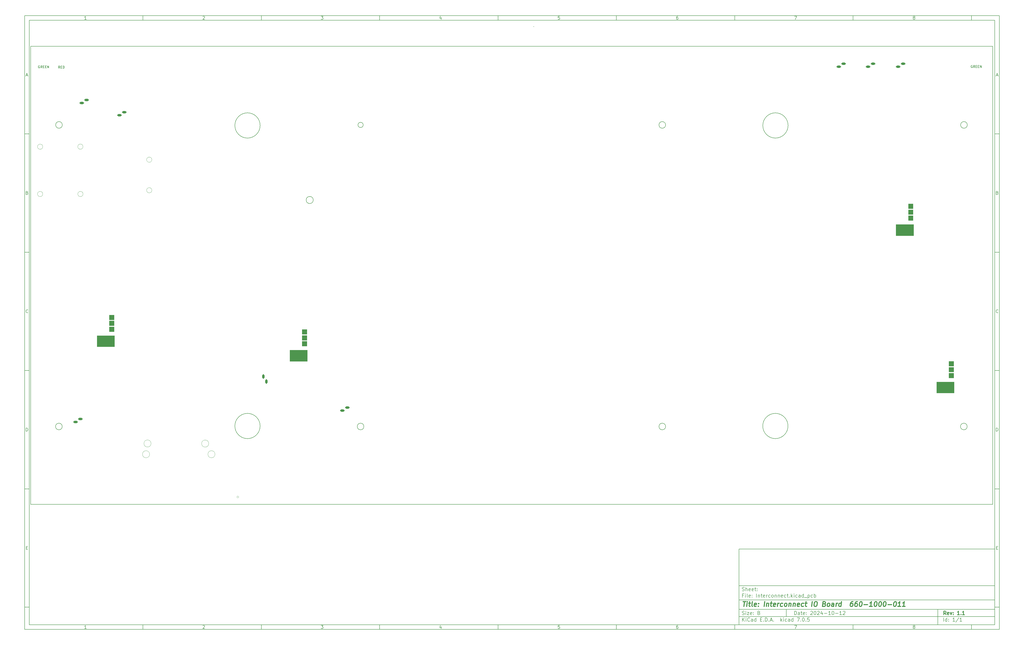
<source format=gbo>
G04 #@! TF.GenerationSoftware,KiCad,Pcbnew,7.0.5*
G04 #@! TF.CreationDate,2024-10-27T20:03:42-04:00*
G04 #@! TF.ProjectId,Interconnect,496e7465-7263-46f6-9e6e-6563742e6b69,1.1*
G04 #@! TF.SameCoordinates,Original*
G04 #@! TF.FileFunction,Legend,Bot*
G04 #@! TF.FilePolarity,Positive*
%FSLAX46Y46*%
G04 Gerber Fmt 4.6, Leading zero omitted, Abs format (unit mm)*
G04 Created by KiCad (PCBNEW 7.0.5) date 2024-10-27 20:03:42*
%MOMM*%
%LPD*%
G01*
G04 APERTURE LIST*
G04 Aperture macros list*
%AMRoundRect*
0 Rectangle with rounded corners*
0 $1 Rounding radius*
0 $2 $3 $4 $5 $6 $7 $8 $9 X,Y pos of 4 corners*
0 Add a 4 corners polygon primitive as box body*
4,1,4,$2,$3,$4,$5,$6,$7,$8,$9,$2,$3,0*
0 Add four circle primitives for the rounded corners*
1,1,$1+$1,$2,$3*
1,1,$1+$1,$4,$5*
1,1,$1+$1,$6,$7*
1,1,$1+$1,$8,$9*
0 Add four rect primitives between the rounded corners*
20,1,$1+$1,$2,$3,$4,$5,0*
20,1,$1+$1,$4,$5,$6,$7,0*
20,1,$1+$1,$6,$7,$8,$9,0*
20,1,$1+$1,$8,$9,$2,$3,0*%
G04 Aperture macros list end*
%ADD10C,0.100000*%
%ADD11C,0.150000*%
%ADD12C,0.300000*%
%ADD13C,0.400000*%
%ADD14C,0.120000*%
%ADD15R,1.650000X1.650000*%
%ADD16C,1.650000*%
%ADD17C,1.500000*%
%ADD18C,2.400000*%
%ADD19O,2.400000X2.400000*%
%ADD20R,2.400000X1.600000*%
%ADD21O,2.400000X1.600000*%
%ADD22C,1.600000*%
%ADD23O,1.600000X1.600000*%
%ADD24O,2.300000X1.600000*%
%ADD25R,1.700000X1.700000*%
%ADD26O,1.700000X1.700000*%
%ADD27R,1.800000X1.100000*%
%ADD28RoundRect,0.275000X0.625000X-0.275000X0.625000X0.275000X-0.625000X0.275000X-0.625000X-0.275000X0*%
%ADD29R,2.025000X2.025000*%
%ADD30C,2.025000*%
%ADD31R,1.600000X1.600000*%
%ADD32C,3.000000*%
%ADD33R,1.200000X1.200000*%
%ADD34C,1.200000*%
%ADD35C,4.200000*%
%ADD36C,3.250000*%
%ADD37R,1.500000X1.500000*%
%ADD38R,2.500000X2.500000*%
%ADD39O,2.500000X2.500000*%
%ADD40C,4.000000*%
%ADD41O,1.800000X1.800000*%
%ADD42O,1.500000X1.500000*%
%ADD43C,1.905000*%
%ADD44C,1.700000*%
%ADD45C,3.500000*%
%ADD46O,3.900000X1.950000*%
%ADD47C,1.398000*%
%ADD48C,3.015000*%
%ADD49R,1.800000X1.800000*%
%ADD50C,1.800000*%
%ADD51R,2.600000X2.600000*%
%ADD52O,2.600000X2.600000*%
%ADD53C,1.900000*%
%ADD54C,2.850000*%
%ADD55C,2.550000*%
%ADD56O,2.700002X1.400000*%
%ADD57O,1.750000X2.750000*%
%ADD58R,1.950000X1.950000*%
%ADD59C,1.950000*%
%ADD60R,1.725000X1.725000*%
%ADD61C,1.725000*%
%ADD62O,1.950000X3.900000*%
%ADD63R,2.000000X2.000000*%
%ADD64C,2.000000*%
%ADD65R,1.100000X1.800000*%
%ADD66RoundRect,0.275000X0.275000X0.625000X-0.275000X0.625000X-0.275000X-0.625000X0.275000X-0.625000X0*%
G04 #@! TA.AperFunction,Profile*
%ADD67C,0.100000*%
G04 #@! TD*
G04 #@! TA.AperFunction,Profile*
%ADD68C,0.160000*%
G04 #@! TD*
G04 APERTURE END LIST*
D10*
D11*
X311800000Y-235400000D02*
X419800000Y-235400000D01*
X419800000Y-267400000D01*
X311800000Y-267400000D01*
X311800000Y-235400000D01*
D10*
D11*
X10000000Y-10000000D02*
X421800000Y-10000000D01*
X421800000Y-269400000D01*
X10000000Y-269400000D01*
X10000000Y-10000000D01*
D10*
D11*
X12000000Y-12000000D02*
X419800000Y-12000000D01*
X419800000Y-267400000D01*
X12000000Y-267400000D01*
X12000000Y-12000000D01*
D10*
D11*
X60000000Y-12000000D02*
X60000000Y-10000000D01*
D10*
D11*
X110000000Y-12000000D02*
X110000000Y-10000000D01*
D10*
D11*
X160000000Y-12000000D02*
X160000000Y-10000000D01*
D10*
D11*
X210000000Y-12000000D02*
X210000000Y-10000000D01*
D10*
D11*
X260000000Y-12000000D02*
X260000000Y-10000000D01*
D10*
D11*
X310000000Y-12000000D02*
X310000000Y-10000000D01*
D10*
D11*
X360000000Y-12000000D02*
X360000000Y-10000000D01*
D10*
D11*
X410000000Y-12000000D02*
X410000000Y-10000000D01*
D10*
D11*
X36089160Y-11593604D02*
X35346303Y-11593604D01*
X35717731Y-11593604D02*
X35717731Y-10293604D01*
X35717731Y-10293604D02*
X35593922Y-10479319D01*
X35593922Y-10479319D02*
X35470112Y-10603128D01*
X35470112Y-10603128D02*
X35346303Y-10665033D01*
D10*
D11*
X85346303Y-10417414D02*
X85408207Y-10355509D01*
X85408207Y-10355509D02*
X85532017Y-10293604D01*
X85532017Y-10293604D02*
X85841541Y-10293604D01*
X85841541Y-10293604D02*
X85965350Y-10355509D01*
X85965350Y-10355509D02*
X86027255Y-10417414D01*
X86027255Y-10417414D02*
X86089160Y-10541223D01*
X86089160Y-10541223D02*
X86089160Y-10665033D01*
X86089160Y-10665033D02*
X86027255Y-10850747D01*
X86027255Y-10850747D02*
X85284398Y-11593604D01*
X85284398Y-11593604D02*
X86089160Y-11593604D01*
D10*
D11*
X135284398Y-10293604D02*
X136089160Y-10293604D01*
X136089160Y-10293604D02*
X135655826Y-10788842D01*
X135655826Y-10788842D02*
X135841541Y-10788842D01*
X135841541Y-10788842D02*
X135965350Y-10850747D01*
X135965350Y-10850747D02*
X136027255Y-10912652D01*
X136027255Y-10912652D02*
X136089160Y-11036461D01*
X136089160Y-11036461D02*
X136089160Y-11345985D01*
X136089160Y-11345985D02*
X136027255Y-11469795D01*
X136027255Y-11469795D02*
X135965350Y-11531700D01*
X135965350Y-11531700D02*
X135841541Y-11593604D01*
X135841541Y-11593604D02*
X135470112Y-11593604D01*
X135470112Y-11593604D02*
X135346303Y-11531700D01*
X135346303Y-11531700D02*
X135284398Y-11469795D01*
D10*
D11*
X185965350Y-10726938D02*
X185965350Y-11593604D01*
X185655826Y-10231700D02*
X185346303Y-11160271D01*
X185346303Y-11160271D02*
X186151064Y-11160271D01*
D10*
D11*
X236027255Y-10293604D02*
X235408207Y-10293604D01*
X235408207Y-10293604D02*
X235346303Y-10912652D01*
X235346303Y-10912652D02*
X235408207Y-10850747D01*
X235408207Y-10850747D02*
X235532017Y-10788842D01*
X235532017Y-10788842D02*
X235841541Y-10788842D01*
X235841541Y-10788842D02*
X235965350Y-10850747D01*
X235965350Y-10850747D02*
X236027255Y-10912652D01*
X236027255Y-10912652D02*
X236089160Y-11036461D01*
X236089160Y-11036461D02*
X236089160Y-11345985D01*
X236089160Y-11345985D02*
X236027255Y-11469795D01*
X236027255Y-11469795D02*
X235965350Y-11531700D01*
X235965350Y-11531700D02*
X235841541Y-11593604D01*
X235841541Y-11593604D02*
X235532017Y-11593604D01*
X235532017Y-11593604D02*
X235408207Y-11531700D01*
X235408207Y-11531700D02*
X235346303Y-11469795D01*
D10*
D11*
X285965350Y-10293604D02*
X285717731Y-10293604D01*
X285717731Y-10293604D02*
X285593922Y-10355509D01*
X285593922Y-10355509D02*
X285532017Y-10417414D01*
X285532017Y-10417414D02*
X285408207Y-10603128D01*
X285408207Y-10603128D02*
X285346303Y-10850747D01*
X285346303Y-10850747D02*
X285346303Y-11345985D01*
X285346303Y-11345985D02*
X285408207Y-11469795D01*
X285408207Y-11469795D02*
X285470112Y-11531700D01*
X285470112Y-11531700D02*
X285593922Y-11593604D01*
X285593922Y-11593604D02*
X285841541Y-11593604D01*
X285841541Y-11593604D02*
X285965350Y-11531700D01*
X285965350Y-11531700D02*
X286027255Y-11469795D01*
X286027255Y-11469795D02*
X286089160Y-11345985D01*
X286089160Y-11345985D02*
X286089160Y-11036461D01*
X286089160Y-11036461D02*
X286027255Y-10912652D01*
X286027255Y-10912652D02*
X285965350Y-10850747D01*
X285965350Y-10850747D02*
X285841541Y-10788842D01*
X285841541Y-10788842D02*
X285593922Y-10788842D01*
X285593922Y-10788842D02*
X285470112Y-10850747D01*
X285470112Y-10850747D02*
X285408207Y-10912652D01*
X285408207Y-10912652D02*
X285346303Y-11036461D01*
D10*
D11*
X335284398Y-10293604D02*
X336151064Y-10293604D01*
X336151064Y-10293604D02*
X335593922Y-11593604D01*
D10*
D11*
X385593922Y-10850747D02*
X385470112Y-10788842D01*
X385470112Y-10788842D02*
X385408207Y-10726938D01*
X385408207Y-10726938D02*
X385346303Y-10603128D01*
X385346303Y-10603128D02*
X385346303Y-10541223D01*
X385346303Y-10541223D02*
X385408207Y-10417414D01*
X385408207Y-10417414D02*
X385470112Y-10355509D01*
X385470112Y-10355509D02*
X385593922Y-10293604D01*
X385593922Y-10293604D02*
X385841541Y-10293604D01*
X385841541Y-10293604D02*
X385965350Y-10355509D01*
X385965350Y-10355509D02*
X386027255Y-10417414D01*
X386027255Y-10417414D02*
X386089160Y-10541223D01*
X386089160Y-10541223D02*
X386089160Y-10603128D01*
X386089160Y-10603128D02*
X386027255Y-10726938D01*
X386027255Y-10726938D02*
X385965350Y-10788842D01*
X385965350Y-10788842D02*
X385841541Y-10850747D01*
X385841541Y-10850747D02*
X385593922Y-10850747D01*
X385593922Y-10850747D02*
X385470112Y-10912652D01*
X385470112Y-10912652D02*
X385408207Y-10974557D01*
X385408207Y-10974557D02*
X385346303Y-11098366D01*
X385346303Y-11098366D02*
X385346303Y-11345985D01*
X385346303Y-11345985D02*
X385408207Y-11469795D01*
X385408207Y-11469795D02*
X385470112Y-11531700D01*
X385470112Y-11531700D02*
X385593922Y-11593604D01*
X385593922Y-11593604D02*
X385841541Y-11593604D01*
X385841541Y-11593604D02*
X385965350Y-11531700D01*
X385965350Y-11531700D02*
X386027255Y-11469795D01*
X386027255Y-11469795D02*
X386089160Y-11345985D01*
X386089160Y-11345985D02*
X386089160Y-11098366D01*
X386089160Y-11098366D02*
X386027255Y-10974557D01*
X386027255Y-10974557D02*
X385965350Y-10912652D01*
X385965350Y-10912652D02*
X385841541Y-10850747D01*
D10*
D11*
X60000000Y-267400000D02*
X60000000Y-269400000D01*
D10*
D11*
X110000000Y-267400000D02*
X110000000Y-269400000D01*
D10*
D11*
X160000000Y-267400000D02*
X160000000Y-269400000D01*
D10*
D11*
X210000000Y-267400000D02*
X210000000Y-269400000D01*
D10*
D11*
X260000000Y-267400000D02*
X260000000Y-269400000D01*
D10*
D11*
X310000000Y-267400000D02*
X310000000Y-269400000D01*
D10*
D11*
X360000000Y-267400000D02*
X360000000Y-269400000D01*
D10*
D11*
X410000000Y-267400000D02*
X410000000Y-269400000D01*
D10*
D11*
X36089160Y-268993604D02*
X35346303Y-268993604D01*
X35717731Y-268993604D02*
X35717731Y-267693604D01*
X35717731Y-267693604D02*
X35593922Y-267879319D01*
X35593922Y-267879319D02*
X35470112Y-268003128D01*
X35470112Y-268003128D02*
X35346303Y-268065033D01*
D10*
D11*
X85346303Y-267817414D02*
X85408207Y-267755509D01*
X85408207Y-267755509D02*
X85532017Y-267693604D01*
X85532017Y-267693604D02*
X85841541Y-267693604D01*
X85841541Y-267693604D02*
X85965350Y-267755509D01*
X85965350Y-267755509D02*
X86027255Y-267817414D01*
X86027255Y-267817414D02*
X86089160Y-267941223D01*
X86089160Y-267941223D02*
X86089160Y-268065033D01*
X86089160Y-268065033D02*
X86027255Y-268250747D01*
X86027255Y-268250747D02*
X85284398Y-268993604D01*
X85284398Y-268993604D02*
X86089160Y-268993604D01*
D10*
D11*
X135284398Y-267693604D02*
X136089160Y-267693604D01*
X136089160Y-267693604D02*
X135655826Y-268188842D01*
X135655826Y-268188842D02*
X135841541Y-268188842D01*
X135841541Y-268188842D02*
X135965350Y-268250747D01*
X135965350Y-268250747D02*
X136027255Y-268312652D01*
X136027255Y-268312652D02*
X136089160Y-268436461D01*
X136089160Y-268436461D02*
X136089160Y-268745985D01*
X136089160Y-268745985D02*
X136027255Y-268869795D01*
X136027255Y-268869795D02*
X135965350Y-268931700D01*
X135965350Y-268931700D02*
X135841541Y-268993604D01*
X135841541Y-268993604D02*
X135470112Y-268993604D01*
X135470112Y-268993604D02*
X135346303Y-268931700D01*
X135346303Y-268931700D02*
X135284398Y-268869795D01*
D10*
D11*
X185965350Y-268126938D02*
X185965350Y-268993604D01*
X185655826Y-267631700D02*
X185346303Y-268560271D01*
X185346303Y-268560271D02*
X186151064Y-268560271D01*
D10*
D11*
X236027255Y-267693604D02*
X235408207Y-267693604D01*
X235408207Y-267693604D02*
X235346303Y-268312652D01*
X235346303Y-268312652D02*
X235408207Y-268250747D01*
X235408207Y-268250747D02*
X235532017Y-268188842D01*
X235532017Y-268188842D02*
X235841541Y-268188842D01*
X235841541Y-268188842D02*
X235965350Y-268250747D01*
X235965350Y-268250747D02*
X236027255Y-268312652D01*
X236027255Y-268312652D02*
X236089160Y-268436461D01*
X236089160Y-268436461D02*
X236089160Y-268745985D01*
X236089160Y-268745985D02*
X236027255Y-268869795D01*
X236027255Y-268869795D02*
X235965350Y-268931700D01*
X235965350Y-268931700D02*
X235841541Y-268993604D01*
X235841541Y-268993604D02*
X235532017Y-268993604D01*
X235532017Y-268993604D02*
X235408207Y-268931700D01*
X235408207Y-268931700D02*
X235346303Y-268869795D01*
D10*
D11*
X285965350Y-267693604D02*
X285717731Y-267693604D01*
X285717731Y-267693604D02*
X285593922Y-267755509D01*
X285593922Y-267755509D02*
X285532017Y-267817414D01*
X285532017Y-267817414D02*
X285408207Y-268003128D01*
X285408207Y-268003128D02*
X285346303Y-268250747D01*
X285346303Y-268250747D02*
X285346303Y-268745985D01*
X285346303Y-268745985D02*
X285408207Y-268869795D01*
X285408207Y-268869795D02*
X285470112Y-268931700D01*
X285470112Y-268931700D02*
X285593922Y-268993604D01*
X285593922Y-268993604D02*
X285841541Y-268993604D01*
X285841541Y-268993604D02*
X285965350Y-268931700D01*
X285965350Y-268931700D02*
X286027255Y-268869795D01*
X286027255Y-268869795D02*
X286089160Y-268745985D01*
X286089160Y-268745985D02*
X286089160Y-268436461D01*
X286089160Y-268436461D02*
X286027255Y-268312652D01*
X286027255Y-268312652D02*
X285965350Y-268250747D01*
X285965350Y-268250747D02*
X285841541Y-268188842D01*
X285841541Y-268188842D02*
X285593922Y-268188842D01*
X285593922Y-268188842D02*
X285470112Y-268250747D01*
X285470112Y-268250747D02*
X285408207Y-268312652D01*
X285408207Y-268312652D02*
X285346303Y-268436461D01*
D10*
D11*
X335284398Y-267693604D02*
X336151064Y-267693604D01*
X336151064Y-267693604D02*
X335593922Y-268993604D01*
D10*
D11*
X385593922Y-268250747D02*
X385470112Y-268188842D01*
X385470112Y-268188842D02*
X385408207Y-268126938D01*
X385408207Y-268126938D02*
X385346303Y-268003128D01*
X385346303Y-268003128D02*
X385346303Y-267941223D01*
X385346303Y-267941223D02*
X385408207Y-267817414D01*
X385408207Y-267817414D02*
X385470112Y-267755509D01*
X385470112Y-267755509D02*
X385593922Y-267693604D01*
X385593922Y-267693604D02*
X385841541Y-267693604D01*
X385841541Y-267693604D02*
X385965350Y-267755509D01*
X385965350Y-267755509D02*
X386027255Y-267817414D01*
X386027255Y-267817414D02*
X386089160Y-267941223D01*
X386089160Y-267941223D02*
X386089160Y-268003128D01*
X386089160Y-268003128D02*
X386027255Y-268126938D01*
X386027255Y-268126938D02*
X385965350Y-268188842D01*
X385965350Y-268188842D02*
X385841541Y-268250747D01*
X385841541Y-268250747D02*
X385593922Y-268250747D01*
X385593922Y-268250747D02*
X385470112Y-268312652D01*
X385470112Y-268312652D02*
X385408207Y-268374557D01*
X385408207Y-268374557D02*
X385346303Y-268498366D01*
X385346303Y-268498366D02*
X385346303Y-268745985D01*
X385346303Y-268745985D02*
X385408207Y-268869795D01*
X385408207Y-268869795D02*
X385470112Y-268931700D01*
X385470112Y-268931700D02*
X385593922Y-268993604D01*
X385593922Y-268993604D02*
X385841541Y-268993604D01*
X385841541Y-268993604D02*
X385965350Y-268931700D01*
X385965350Y-268931700D02*
X386027255Y-268869795D01*
X386027255Y-268869795D02*
X386089160Y-268745985D01*
X386089160Y-268745985D02*
X386089160Y-268498366D01*
X386089160Y-268498366D02*
X386027255Y-268374557D01*
X386027255Y-268374557D02*
X385965350Y-268312652D01*
X385965350Y-268312652D02*
X385841541Y-268250747D01*
D10*
D11*
X10000000Y-60000000D02*
X12000000Y-60000000D01*
D10*
D11*
X10000000Y-110000000D02*
X12000000Y-110000000D01*
D10*
D11*
X10000000Y-160000000D02*
X12000000Y-160000000D01*
D10*
D11*
X10000000Y-210000000D02*
X12000000Y-210000000D01*
D10*
D11*
X10000000Y-260000000D02*
X12000000Y-260000000D01*
D10*
D11*
X10690476Y-35222176D02*
X11309523Y-35222176D01*
X10566666Y-35593604D02*
X10999999Y-34293604D01*
X10999999Y-34293604D02*
X11433333Y-35593604D01*
D10*
D11*
X11092857Y-84912652D02*
X11278571Y-84974557D01*
X11278571Y-84974557D02*
X11340476Y-85036461D01*
X11340476Y-85036461D02*
X11402380Y-85160271D01*
X11402380Y-85160271D02*
X11402380Y-85345985D01*
X11402380Y-85345985D02*
X11340476Y-85469795D01*
X11340476Y-85469795D02*
X11278571Y-85531700D01*
X11278571Y-85531700D02*
X11154761Y-85593604D01*
X11154761Y-85593604D02*
X10659523Y-85593604D01*
X10659523Y-85593604D02*
X10659523Y-84293604D01*
X10659523Y-84293604D02*
X11092857Y-84293604D01*
X11092857Y-84293604D02*
X11216666Y-84355509D01*
X11216666Y-84355509D02*
X11278571Y-84417414D01*
X11278571Y-84417414D02*
X11340476Y-84541223D01*
X11340476Y-84541223D02*
X11340476Y-84665033D01*
X11340476Y-84665033D02*
X11278571Y-84788842D01*
X11278571Y-84788842D02*
X11216666Y-84850747D01*
X11216666Y-84850747D02*
X11092857Y-84912652D01*
X11092857Y-84912652D02*
X10659523Y-84912652D01*
D10*
D11*
X11402380Y-135469795D02*
X11340476Y-135531700D01*
X11340476Y-135531700D02*
X11154761Y-135593604D01*
X11154761Y-135593604D02*
X11030952Y-135593604D01*
X11030952Y-135593604D02*
X10845238Y-135531700D01*
X10845238Y-135531700D02*
X10721428Y-135407890D01*
X10721428Y-135407890D02*
X10659523Y-135284080D01*
X10659523Y-135284080D02*
X10597619Y-135036461D01*
X10597619Y-135036461D02*
X10597619Y-134850747D01*
X10597619Y-134850747D02*
X10659523Y-134603128D01*
X10659523Y-134603128D02*
X10721428Y-134479319D01*
X10721428Y-134479319D02*
X10845238Y-134355509D01*
X10845238Y-134355509D02*
X11030952Y-134293604D01*
X11030952Y-134293604D02*
X11154761Y-134293604D01*
X11154761Y-134293604D02*
X11340476Y-134355509D01*
X11340476Y-134355509D02*
X11402380Y-134417414D01*
D10*
D11*
X10659523Y-185593604D02*
X10659523Y-184293604D01*
X10659523Y-184293604D02*
X10969047Y-184293604D01*
X10969047Y-184293604D02*
X11154761Y-184355509D01*
X11154761Y-184355509D02*
X11278571Y-184479319D01*
X11278571Y-184479319D02*
X11340476Y-184603128D01*
X11340476Y-184603128D02*
X11402380Y-184850747D01*
X11402380Y-184850747D02*
X11402380Y-185036461D01*
X11402380Y-185036461D02*
X11340476Y-185284080D01*
X11340476Y-185284080D02*
X11278571Y-185407890D01*
X11278571Y-185407890D02*
X11154761Y-185531700D01*
X11154761Y-185531700D02*
X10969047Y-185593604D01*
X10969047Y-185593604D02*
X10659523Y-185593604D01*
D10*
D11*
X10721428Y-234912652D02*
X11154762Y-234912652D01*
X11340476Y-235593604D02*
X10721428Y-235593604D01*
X10721428Y-235593604D02*
X10721428Y-234293604D01*
X10721428Y-234293604D02*
X11340476Y-234293604D01*
D10*
D11*
X421800000Y-60000000D02*
X419800000Y-60000000D01*
D10*
D11*
X421800000Y-110000000D02*
X419800000Y-110000000D01*
D10*
D11*
X421800000Y-160000000D02*
X419800000Y-160000000D01*
D10*
D11*
X421800000Y-210000000D02*
X419800000Y-210000000D01*
D10*
D11*
X421800000Y-260000000D02*
X419800000Y-260000000D01*
D10*
D11*
X420490476Y-35222176D02*
X421109523Y-35222176D01*
X420366666Y-35593604D02*
X420799999Y-34293604D01*
X420799999Y-34293604D02*
X421233333Y-35593604D01*
D10*
D11*
X420892857Y-84912652D02*
X421078571Y-84974557D01*
X421078571Y-84974557D02*
X421140476Y-85036461D01*
X421140476Y-85036461D02*
X421202380Y-85160271D01*
X421202380Y-85160271D02*
X421202380Y-85345985D01*
X421202380Y-85345985D02*
X421140476Y-85469795D01*
X421140476Y-85469795D02*
X421078571Y-85531700D01*
X421078571Y-85531700D02*
X420954761Y-85593604D01*
X420954761Y-85593604D02*
X420459523Y-85593604D01*
X420459523Y-85593604D02*
X420459523Y-84293604D01*
X420459523Y-84293604D02*
X420892857Y-84293604D01*
X420892857Y-84293604D02*
X421016666Y-84355509D01*
X421016666Y-84355509D02*
X421078571Y-84417414D01*
X421078571Y-84417414D02*
X421140476Y-84541223D01*
X421140476Y-84541223D02*
X421140476Y-84665033D01*
X421140476Y-84665033D02*
X421078571Y-84788842D01*
X421078571Y-84788842D02*
X421016666Y-84850747D01*
X421016666Y-84850747D02*
X420892857Y-84912652D01*
X420892857Y-84912652D02*
X420459523Y-84912652D01*
D10*
D11*
X421202380Y-135469795D02*
X421140476Y-135531700D01*
X421140476Y-135531700D02*
X420954761Y-135593604D01*
X420954761Y-135593604D02*
X420830952Y-135593604D01*
X420830952Y-135593604D02*
X420645238Y-135531700D01*
X420645238Y-135531700D02*
X420521428Y-135407890D01*
X420521428Y-135407890D02*
X420459523Y-135284080D01*
X420459523Y-135284080D02*
X420397619Y-135036461D01*
X420397619Y-135036461D02*
X420397619Y-134850747D01*
X420397619Y-134850747D02*
X420459523Y-134603128D01*
X420459523Y-134603128D02*
X420521428Y-134479319D01*
X420521428Y-134479319D02*
X420645238Y-134355509D01*
X420645238Y-134355509D02*
X420830952Y-134293604D01*
X420830952Y-134293604D02*
X420954761Y-134293604D01*
X420954761Y-134293604D02*
X421140476Y-134355509D01*
X421140476Y-134355509D02*
X421202380Y-134417414D01*
D10*
D11*
X420459523Y-185593604D02*
X420459523Y-184293604D01*
X420459523Y-184293604D02*
X420769047Y-184293604D01*
X420769047Y-184293604D02*
X420954761Y-184355509D01*
X420954761Y-184355509D02*
X421078571Y-184479319D01*
X421078571Y-184479319D02*
X421140476Y-184603128D01*
X421140476Y-184603128D02*
X421202380Y-184850747D01*
X421202380Y-184850747D02*
X421202380Y-185036461D01*
X421202380Y-185036461D02*
X421140476Y-185284080D01*
X421140476Y-185284080D02*
X421078571Y-185407890D01*
X421078571Y-185407890D02*
X420954761Y-185531700D01*
X420954761Y-185531700D02*
X420769047Y-185593604D01*
X420769047Y-185593604D02*
X420459523Y-185593604D01*
D10*
D11*
X420521428Y-234912652D02*
X420954762Y-234912652D01*
X421140476Y-235593604D02*
X420521428Y-235593604D01*
X420521428Y-235593604D02*
X420521428Y-234293604D01*
X420521428Y-234293604D02*
X421140476Y-234293604D01*
D10*
D11*
X335255826Y-263186128D02*
X335255826Y-261686128D01*
X335255826Y-261686128D02*
X335612969Y-261686128D01*
X335612969Y-261686128D02*
X335827255Y-261757557D01*
X335827255Y-261757557D02*
X335970112Y-261900414D01*
X335970112Y-261900414D02*
X336041541Y-262043271D01*
X336041541Y-262043271D02*
X336112969Y-262328985D01*
X336112969Y-262328985D02*
X336112969Y-262543271D01*
X336112969Y-262543271D02*
X336041541Y-262828985D01*
X336041541Y-262828985D02*
X335970112Y-262971842D01*
X335970112Y-262971842D02*
X335827255Y-263114700D01*
X335827255Y-263114700D02*
X335612969Y-263186128D01*
X335612969Y-263186128D02*
X335255826Y-263186128D01*
X337398684Y-263186128D02*
X337398684Y-262400414D01*
X337398684Y-262400414D02*
X337327255Y-262257557D01*
X337327255Y-262257557D02*
X337184398Y-262186128D01*
X337184398Y-262186128D02*
X336898684Y-262186128D01*
X336898684Y-262186128D02*
X336755826Y-262257557D01*
X337398684Y-263114700D02*
X337255826Y-263186128D01*
X337255826Y-263186128D02*
X336898684Y-263186128D01*
X336898684Y-263186128D02*
X336755826Y-263114700D01*
X336755826Y-263114700D02*
X336684398Y-262971842D01*
X336684398Y-262971842D02*
X336684398Y-262828985D01*
X336684398Y-262828985D02*
X336755826Y-262686128D01*
X336755826Y-262686128D02*
X336898684Y-262614700D01*
X336898684Y-262614700D02*
X337255826Y-262614700D01*
X337255826Y-262614700D02*
X337398684Y-262543271D01*
X337898684Y-262186128D02*
X338470112Y-262186128D01*
X338112969Y-261686128D02*
X338112969Y-262971842D01*
X338112969Y-262971842D02*
X338184398Y-263114700D01*
X338184398Y-263114700D02*
X338327255Y-263186128D01*
X338327255Y-263186128D02*
X338470112Y-263186128D01*
X339541541Y-263114700D02*
X339398684Y-263186128D01*
X339398684Y-263186128D02*
X339112970Y-263186128D01*
X339112970Y-263186128D02*
X338970112Y-263114700D01*
X338970112Y-263114700D02*
X338898684Y-262971842D01*
X338898684Y-262971842D02*
X338898684Y-262400414D01*
X338898684Y-262400414D02*
X338970112Y-262257557D01*
X338970112Y-262257557D02*
X339112970Y-262186128D01*
X339112970Y-262186128D02*
X339398684Y-262186128D01*
X339398684Y-262186128D02*
X339541541Y-262257557D01*
X339541541Y-262257557D02*
X339612970Y-262400414D01*
X339612970Y-262400414D02*
X339612970Y-262543271D01*
X339612970Y-262543271D02*
X338898684Y-262686128D01*
X340255826Y-263043271D02*
X340327255Y-263114700D01*
X340327255Y-263114700D02*
X340255826Y-263186128D01*
X340255826Y-263186128D02*
X340184398Y-263114700D01*
X340184398Y-263114700D02*
X340255826Y-263043271D01*
X340255826Y-263043271D02*
X340255826Y-263186128D01*
X340255826Y-262257557D02*
X340327255Y-262328985D01*
X340327255Y-262328985D02*
X340255826Y-262400414D01*
X340255826Y-262400414D02*
X340184398Y-262328985D01*
X340184398Y-262328985D02*
X340255826Y-262257557D01*
X340255826Y-262257557D02*
X340255826Y-262400414D01*
X342041541Y-261828985D02*
X342112969Y-261757557D01*
X342112969Y-261757557D02*
X342255827Y-261686128D01*
X342255827Y-261686128D02*
X342612969Y-261686128D01*
X342612969Y-261686128D02*
X342755827Y-261757557D01*
X342755827Y-261757557D02*
X342827255Y-261828985D01*
X342827255Y-261828985D02*
X342898684Y-261971842D01*
X342898684Y-261971842D02*
X342898684Y-262114700D01*
X342898684Y-262114700D02*
X342827255Y-262328985D01*
X342827255Y-262328985D02*
X341970112Y-263186128D01*
X341970112Y-263186128D02*
X342898684Y-263186128D01*
X343827255Y-261686128D02*
X343970112Y-261686128D01*
X343970112Y-261686128D02*
X344112969Y-261757557D01*
X344112969Y-261757557D02*
X344184398Y-261828985D01*
X344184398Y-261828985D02*
X344255826Y-261971842D01*
X344255826Y-261971842D02*
X344327255Y-262257557D01*
X344327255Y-262257557D02*
X344327255Y-262614700D01*
X344327255Y-262614700D02*
X344255826Y-262900414D01*
X344255826Y-262900414D02*
X344184398Y-263043271D01*
X344184398Y-263043271D02*
X344112969Y-263114700D01*
X344112969Y-263114700D02*
X343970112Y-263186128D01*
X343970112Y-263186128D02*
X343827255Y-263186128D01*
X343827255Y-263186128D02*
X343684398Y-263114700D01*
X343684398Y-263114700D02*
X343612969Y-263043271D01*
X343612969Y-263043271D02*
X343541540Y-262900414D01*
X343541540Y-262900414D02*
X343470112Y-262614700D01*
X343470112Y-262614700D02*
X343470112Y-262257557D01*
X343470112Y-262257557D02*
X343541540Y-261971842D01*
X343541540Y-261971842D02*
X343612969Y-261828985D01*
X343612969Y-261828985D02*
X343684398Y-261757557D01*
X343684398Y-261757557D02*
X343827255Y-261686128D01*
X344898683Y-261828985D02*
X344970111Y-261757557D01*
X344970111Y-261757557D02*
X345112969Y-261686128D01*
X345112969Y-261686128D02*
X345470111Y-261686128D01*
X345470111Y-261686128D02*
X345612969Y-261757557D01*
X345612969Y-261757557D02*
X345684397Y-261828985D01*
X345684397Y-261828985D02*
X345755826Y-261971842D01*
X345755826Y-261971842D02*
X345755826Y-262114700D01*
X345755826Y-262114700D02*
X345684397Y-262328985D01*
X345684397Y-262328985D02*
X344827254Y-263186128D01*
X344827254Y-263186128D02*
X345755826Y-263186128D01*
X347041540Y-262186128D02*
X347041540Y-263186128D01*
X346684397Y-261614700D02*
X346327254Y-262686128D01*
X346327254Y-262686128D02*
X347255825Y-262686128D01*
X347827253Y-262614700D02*
X348970111Y-262614700D01*
X350470111Y-263186128D02*
X349612968Y-263186128D01*
X350041539Y-263186128D02*
X350041539Y-261686128D01*
X350041539Y-261686128D02*
X349898682Y-261900414D01*
X349898682Y-261900414D02*
X349755825Y-262043271D01*
X349755825Y-262043271D02*
X349612968Y-262114700D01*
X351398682Y-261686128D02*
X351541539Y-261686128D01*
X351541539Y-261686128D02*
X351684396Y-261757557D01*
X351684396Y-261757557D02*
X351755825Y-261828985D01*
X351755825Y-261828985D02*
X351827253Y-261971842D01*
X351827253Y-261971842D02*
X351898682Y-262257557D01*
X351898682Y-262257557D02*
X351898682Y-262614700D01*
X351898682Y-262614700D02*
X351827253Y-262900414D01*
X351827253Y-262900414D02*
X351755825Y-263043271D01*
X351755825Y-263043271D02*
X351684396Y-263114700D01*
X351684396Y-263114700D02*
X351541539Y-263186128D01*
X351541539Y-263186128D02*
X351398682Y-263186128D01*
X351398682Y-263186128D02*
X351255825Y-263114700D01*
X351255825Y-263114700D02*
X351184396Y-263043271D01*
X351184396Y-263043271D02*
X351112967Y-262900414D01*
X351112967Y-262900414D02*
X351041539Y-262614700D01*
X351041539Y-262614700D02*
X351041539Y-262257557D01*
X351041539Y-262257557D02*
X351112967Y-261971842D01*
X351112967Y-261971842D02*
X351184396Y-261828985D01*
X351184396Y-261828985D02*
X351255825Y-261757557D01*
X351255825Y-261757557D02*
X351398682Y-261686128D01*
X352541538Y-262614700D02*
X353684396Y-262614700D01*
X355184396Y-263186128D02*
X354327253Y-263186128D01*
X354755824Y-263186128D02*
X354755824Y-261686128D01*
X354755824Y-261686128D02*
X354612967Y-261900414D01*
X354612967Y-261900414D02*
X354470110Y-262043271D01*
X354470110Y-262043271D02*
X354327253Y-262114700D01*
X355755824Y-261828985D02*
X355827252Y-261757557D01*
X355827252Y-261757557D02*
X355970110Y-261686128D01*
X355970110Y-261686128D02*
X356327252Y-261686128D01*
X356327252Y-261686128D02*
X356470110Y-261757557D01*
X356470110Y-261757557D02*
X356541538Y-261828985D01*
X356541538Y-261828985D02*
X356612967Y-261971842D01*
X356612967Y-261971842D02*
X356612967Y-262114700D01*
X356612967Y-262114700D02*
X356541538Y-262328985D01*
X356541538Y-262328985D02*
X355684395Y-263186128D01*
X355684395Y-263186128D02*
X356612967Y-263186128D01*
D10*
D11*
X311800000Y-263900000D02*
X419800000Y-263900000D01*
D10*
D11*
X313255826Y-265986128D02*
X313255826Y-264486128D01*
X314112969Y-265986128D02*
X313470112Y-265128985D01*
X314112969Y-264486128D02*
X313255826Y-265343271D01*
X314755826Y-265986128D02*
X314755826Y-264986128D01*
X314755826Y-264486128D02*
X314684398Y-264557557D01*
X314684398Y-264557557D02*
X314755826Y-264628985D01*
X314755826Y-264628985D02*
X314827255Y-264557557D01*
X314827255Y-264557557D02*
X314755826Y-264486128D01*
X314755826Y-264486128D02*
X314755826Y-264628985D01*
X316327255Y-265843271D02*
X316255827Y-265914700D01*
X316255827Y-265914700D02*
X316041541Y-265986128D01*
X316041541Y-265986128D02*
X315898684Y-265986128D01*
X315898684Y-265986128D02*
X315684398Y-265914700D01*
X315684398Y-265914700D02*
X315541541Y-265771842D01*
X315541541Y-265771842D02*
X315470112Y-265628985D01*
X315470112Y-265628985D02*
X315398684Y-265343271D01*
X315398684Y-265343271D02*
X315398684Y-265128985D01*
X315398684Y-265128985D02*
X315470112Y-264843271D01*
X315470112Y-264843271D02*
X315541541Y-264700414D01*
X315541541Y-264700414D02*
X315684398Y-264557557D01*
X315684398Y-264557557D02*
X315898684Y-264486128D01*
X315898684Y-264486128D02*
X316041541Y-264486128D01*
X316041541Y-264486128D02*
X316255827Y-264557557D01*
X316255827Y-264557557D02*
X316327255Y-264628985D01*
X317612970Y-265986128D02*
X317612970Y-265200414D01*
X317612970Y-265200414D02*
X317541541Y-265057557D01*
X317541541Y-265057557D02*
X317398684Y-264986128D01*
X317398684Y-264986128D02*
X317112970Y-264986128D01*
X317112970Y-264986128D02*
X316970112Y-265057557D01*
X317612970Y-265914700D02*
X317470112Y-265986128D01*
X317470112Y-265986128D02*
X317112970Y-265986128D01*
X317112970Y-265986128D02*
X316970112Y-265914700D01*
X316970112Y-265914700D02*
X316898684Y-265771842D01*
X316898684Y-265771842D02*
X316898684Y-265628985D01*
X316898684Y-265628985D02*
X316970112Y-265486128D01*
X316970112Y-265486128D02*
X317112970Y-265414700D01*
X317112970Y-265414700D02*
X317470112Y-265414700D01*
X317470112Y-265414700D02*
X317612970Y-265343271D01*
X318970113Y-265986128D02*
X318970113Y-264486128D01*
X318970113Y-265914700D02*
X318827255Y-265986128D01*
X318827255Y-265986128D02*
X318541541Y-265986128D01*
X318541541Y-265986128D02*
X318398684Y-265914700D01*
X318398684Y-265914700D02*
X318327255Y-265843271D01*
X318327255Y-265843271D02*
X318255827Y-265700414D01*
X318255827Y-265700414D02*
X318255827Y-265271842D01*
X318255827Y-265271842D02*
X318327255Y-265128985D01*
X318327255Y-265128985D02*
X318398684Y-265057557D01*
X318398684Y-265057557D02*
X318541541Y-264986128D01*
X318541541Y-264986128D02*
X318827255Y-264986128D01*
X318827255Y-264986128D02*
X318970113Y-265057557D01*
X320827255Y-265200414D02*
X321327255Y-265200414D01*
X321541541Y-265986128D02*
X320827255Y-265986128D01*
X320827255Y-265986128D02*
X320827255Y-264486128D01*
X320827255Y-264486128D02*
X321541541Y-264486128D01*
X322184398Y-265843271D02*
X322255827Y-265914700D01*
X322255827Y-265914700D02*
X322184398Y-265986128D01*
X322184398Y-265986128D02*
X322112970Y-265914700D01*
X322112970Y-265914700D02*
X322184398Y-265843271D01*
X322184398Y-265843271D02*
X322184398Y-265986128D01*
X322898684Y-265986128D02*
X322898684Y-264486128D01*
X322898684Y-264486128D02*
X323255827Y-264486128D01*
X323255827Y-264486128D02*
X323470113Y-264557557D01*
X323470113Y-264557557D02*
X323612970Y-264700414D01*
X323612970Y-264700414D02*
X323684399Y-264843271D01*
X323684399Y-264843271D02*
X323755827Y-265128985D01*
X323755827Y-265128985D02*
X323755827Y-265343271D01*
X323755827Y-265343271D02*
X323684399Y-265628985D01*
X323684399Y-265628985D02*
X323612970Y-265771842D01*
X323612970Y-265771842D02*
X323470113Y-265914700D01*
X323470113Y-265914700D02*
X323255827Y-265986128D01*
X323255827Y-265986128D02*
X322898684Y-265986128D01*
X324398684Y-265843271D02*
X324470113Y-265914700D01*
X324470113Y-265914700D02*
X324398684Y-265986128D01*
X324398684Y-265986128D02*
X324327256Y-265914700D01*
X324327256Y-265914700D02*
X324398684Y-265843271D01*
X324398684Y-265843271D02*
X324398684Y-265986128D01*
X325041542Y-265557557D02*
X325755828Y-265557557D01*
X324898685Y-265986128D02*
X325398685Y-264486128D01*
X325398685Y-264486128D02*
X325898685Y-265986128D01*
X326398684Y-265843271D02*
X326470113Y-265914700D01*
X326470113Y-265914700D02*
X326398684Y-265986128D01*
X326398684Y-265986128D02*
X326327256Y-265914700D01*
X326327256Y-265914700D02*
X326398684Y-265843271D01*
X326398684Y-265843271D02*
X326398684Y-265986128D01*
X329398684Y-265986128D02*
X329398684Y-264486128D01*
X329541542Y-265414700D02*
X329970113Y-265986128D01*
X329970113Y-264986128D02*
X329398684Y-265557557D01*
X330612970Y-265986128D02*
X330612970Y-264986128D01*
X330612970Y-264486128D02*
X330541542Y-264557557D01*
X330541542Y-264557557D02*
X330612970Y-264628985D01*
X330612970Y-264628985D02*
X330684399Y-264557557D01*
X330684399Y-264557557D02*
X330612970Y-264486128D01*
X330612970Y-264486128D02*
X330612970Y-264628985D01*
X331970114Y-265914700D02*
X331827256Y-265986128D01*
X331827256Y-265986128D02*
X331541542Y-265986128D01*
X331541542Y-265986128D02*
X331398685Y-265914700D01*
X331398685Y-265914700D02*
X331327256Y-265843271D01*
X331327256Y-265843271D02*
X331255828Y-265700414D01*
X331255828Y-265700414D02*
X331255828Y-265271842D01*
X331255828Y-265271842D02*
X331327256Y-265128985D01*
X331327256Y-265128985D02*
X331398685Y-265057557D01*
X331398685Y-265057557D02*
X331541542Y-264986128D01*
X331541542Y-264986128D02*
X331827256Y-264986128D01*
X331827256Y-264986128D02*
X331970114Y-265057557D01*
X333255828Y-265986128D02*
X333255828Y-265200414D01*
X333255828Y-265200414D02*
X333184399Y-265057557D01*
X333184399Y-265057557D02*
X333041542Y-264986128D01*
X333041542Y-264986128D02*
X332755828Y-264986128D01*
X332755828Y-264986128D02*
X332612970Y-265057557D01*
X333255828Y-265914700D02*
X333112970Y-265986128D01*
X333112970Y-265986128D02*
X332755828Y-265986128D01*
X332755828Y-265986128D02*
X332612970Y-265914700D01*
X332612970Y-265914700D02*
X332541542Y-265771842D01*
X332541542Y-265771842D02*
X332541542Y-265628985D01*
X332541542Y-265628985D02*
X332612970Y-265486128D01*
X332612970Y-265486128D02*
X332755828Y-265414700D01*
X332755828Y-265414700D02*
X333112970Y-265414700D01*
X333112970Y-265414700D02*
X333255828Y-265343271D01*
X334612971Y-265986128D02*
X334612971Y-264486128D01*
X334612971Y-265914700D02*
X334470113Y-265986128D01*
X334470113Y-265986128D02*
X334184399Y-265986128D01*
X334184399Y-265986128D02*
X334041542Y-265914700D01*
X334041542Y-265914700D02*
X333970113Y-265843271D01*
X333970113Y-265843271D02*
X333898685Y-265700414D01*
X333898685Y-265700414D02*
X333898685Y-265271842D01*
X333898685Y-265271842D02*
X333970113Y-265128985D01*
X333970113Y-265128985D02*
X334041542Y-265057557D01*
X334041542Y-265057557D02*
X334184399Y-264986128D01*
X334184399Y-264986128D02*
X334470113Y-264986128D01*
X334470113Y-264986128D02*
X334612971Y-265057557D01*
X336327256Y-264486128D02*
X337327256Y-264486128D01*
X337327256Y-264486128D02*
X336684399Y-265986128D01*
X337898684Y-265843271D02*
X337970113Y-265914700D01*
X337970113Y-265914700D02*
X337898684Y-265986128D01*
X337898684Y-265986128D02*
X337827256Y-265914700D01*
X337827256Y-265914700D02*
X337898684Y-265843271D01*
X337898684Y-265843271D02*
X337898684Y-265986128D01*
X338898685Y-264486128D02*
X339041542Y-264486128D01*
X339041542Y-264486128D02*
X339184399Y-264557557D01*
X339184399Y-264557557D02*
X339255828Y-264628985D01*
X339255828Y-264628985D02*
X339327256Y-264771842D01*
X339327256Y-264771842D02*
X339398685Y-265057557D01*
X339398685Y-265057557D02*
X339398685Y-265414700D01*
X339398685Y-265414700D02*
X339327256Y-265700414D01*
X339327256Y-265700414D02*
X339255828Y-265843271D01*
X339255828Y-265843271D02*
X339184399Y-265914700D01*
X339184399Y-265914700D02*
X339041542Y-265986128D01*
X339041542Y-265986128D02*
X338898685Y-265986128D01*
X338898685Y-265986128D02*
X338755828Y-265914700D01*
X338755828Y-265914700D02*
X338684399Y-265843271D01*
X338684399Y-265843271D02*
X338612970Y-265700414D01*
X338612970Y-265700414D02*
X338541542Y-265414700D01*
X338541542Y-265414700D02*
X338541542Y-265057557D01*
X338541542Y-265057557D02*
X338612970Y-264771842D01*
X338612970Y-264771842D02*
X338684399Y-264628985D01*
X338684399Y-264628985D02*
X338755828Y-264557557D01*
X338755828Y-264557557D02*
X338898685Y-264486128D01*
X340041541Y-265843271D02*
X340112970Y-265914700D01*
X340112970Y-265914700D02*
X340041541Y-265986128D01*
X340041541Y-265986128D02*
X339970113Y-265914700D01*
X339970113Y-265914700D02*
X340041541Y-265843271D01*
X340041541Y-265843271D02*
X340041541Y-265986128D01*
X341470113Y-264486128D02*
X340755827Y-264486128D01*
X340755827Y-264486128D02*
X340684399Y-265200414D01*
X340684399Y-265200414D02*
X340755827Y-265128985D01*
X340755827Y-265128985D02*
X340898685Y-265057557D01*
X340898685Y-265057557D02*
X341255827Y-265057557D01*
X341255827Y-265057557D02*
X341398685Y-265128985D01*
X341398685Y-265128985D02*
X341470113Y-265200414D01*
X341470113Y-265200414D02*
X341541542Y-265343271D01*
X341541542Y-265343271D02*
X341541542Y-265700414D01*
X341541542Y-265700414D02*
X341470113Y-265843271D01*
X341470113Y-265843271D02*
X341398685Y-265914700D01*
X341398685Y-265914700D02*
X341255827Y-265986128D01*
X341255827Y-265986128D02*
X340898685Y-265986128D01*
X340898685Y-265986128D02*
X340755827Y-265914700D01*
X340755827Y-265914700D02*
X340684399Y-265843271D01*
D10*
D11*
X311800000Y-260900000D02*
X419800000Y-260900000D01*
D10*
D12*
X399211653Y-263178328D02*
X398711653Y-262464042D01*
X398354510Y-263178328D02*
X398354510Y-261678328D01*
X398354510Y-261678328D02*
X398925939Y-261678328D01*
X398925939Y-261678328D02*
X399068796Y-261749757D01*
X399068796Y-261749757D02*
X399140225Y-261821185D01*
X399140225Y-261821185D02*
X399211653Y-261964042D01*
X399211653Y-261964042D02*
X399211653Y-262178328D01*
X399211653Y-262178328D02*
X399140225Y-262321185D01*
X399140225Y-262321185D02*
X399068796Y-262392614D01*
X399068796Y-262392614D02*
X398925939Y-262464042D01*
X398925939Y-262464042D02*
X398354510Y-262464042D01*
X400425939Y-263106900D02*
X400283082Y-263178328D01*
X400283082Y-263178328D02*
X399997368Y-263178328D01*
X399997368Y-263178328D02*
X399854510Y-263106900D01*
X399854510Y-263106900D02*
X399783082Y-262964042D01*
X399783082Y-262964042D02*
X399783082Y-262392614D01*
X399783082Y-262392614D02*
X399854510Y-262249757D01*
X399854510Y-262249757D02*
X399997368Y-262178328D01*
X399997368Y-262178328D02*
X400283082Y-262178328D01*
X400283082Y-262178328D02*
X400425939Y-262249757D01*
X400425939Y-262249757D02*
X400497368Y-262392614D01*
X400497368Y-262392614D02*
X400497368Y-262535471D01*
X400497368Y-262535471D02*
X399783082Y-262678328D01*
X400997367Y-262178328D02*
X401354510Y-263178328D01*
X401354510Y-263178328D02*
X401711653Y-262178328D01*
X402283081Y-263035471D02*
X402354510Y-263106900D01*
X402354510Y-263106900D02*
X402283081Y-263178328D01*
X402283081Y-263178328D02*
X402211653Y-263106900D01*
X402211653Y-263106900D02*
X402283081Y-263035471D01*
X402283081Y-263035471D02*
X402283081Y-263178328D01*
X402283081Y-262249757D02*
X402354510Y-262321185D01*
X402354510Y-262321185D02*
X402283081Y-262392614D01*
X402283081Y-262392614D02*
X402211653Y-262321185D01*
X402211653Y-262321185D02*
X402283081Y-262249757D01*
X402283081Y-262249757D02*
X402283081Y-262392614D01*
X404925939Y-263178328D02*
X404068796Y-263178328D01*
X404497367Y-263178328D02*
X404497367Y-261678328D01*
X404497367Y-261678328D02*
X404354510Y-261892614D01*
X404354510Y-261892614D02*
X404211653Y-262035471D01*
X404211653Y-262035471D02*
X404068796Y-262106900D01*
X405568795Y-263035471D02*
X405640224Y-263106900D01*
X405640224Y-263106900D02*
X405568795Y-263178328D01*
X405568795Y-263178328D02*
X405497367Y-263106900D01*
X405497367Y-263106900D02*
X405568795Y-263035471D01*
X405568795Y-263035471D02*
X405568795Y-263178328D01*
X407068796Y-263178328D02*
X406211653Y-263178328D01*
X406640224Y-263178328D02*
X406640224Y-261678328D01*
X406640224Y-261678328D02*
X406497367Y-261892614D01*
X406497367Y-261892614D02*
X406354510Y-262035471D01*
X406354510Y-262035471D02*
X406211653Y-262106900D01*
D10*
D11*
X313184398Y-263114700D02*
X313398684Y-263186128D01*
X313398684Y-263186128D02*
X313755826Y-263186128D01*
X313755826Y-263186128D02*
X313898684Y-263114700D01*
X313898684Y-263114700D02*
X313970112Y-263043271D01*
X313970112Y-263043271D02*
X314041541Y-262900414D01*
X314041541Y-262900414D02*
X314041541Y-262757557D01*
X314041541Y-262757557D02*
X313970112Y-262614700D01*
X313970112Y-262614700D02*
X313898684Y-262543271D01*
X313898684Y-262543271D02*
X313755826Y-262471842D01*
X313755826Y-262471842D02*
X313470112Y-262400414D01*
X313470112Y-262400414D02*
X313327255Y-262328985D01*
X313327255Y-262328985D02*
X313255826Y-262257557D01*
X313255826Y-262257557D02*
X313184398Y-262114700D01*
X313184398Y-262114700D02*
X313184398Y-261971842D01*
X313184398Y-261971842D02*
X313255826Y-261828985D01*
X313255826Y-261828985D02*
X313327255Y-261757557D01*
X313327255Y-261757557D02*
X313470112Y-261686128D01*
X313470112Y-261686128D02*
X313827255Y-261686128D01*
X313827255Y-261686128D02*
X314041541Y-261757557D01*
X314684397Y-263186128D02*
X314684397Y-262186128D01*
X314684397Y-261686128D02*
X314612969Y-261757557D01*
X314612969Y-261757557D02*
X314684397Y-261828985D01*
X314684397Y-261828985D02*
X314755826Y-261757557D01*
X314755826Y-261757557D02*
X314684397Y-261686128D01*
X314684397Y-261686128D02*
X314684397Y-261828985D01*
X315255826Y-262186128D02*
X316041541Y-262186128D01*
X316041541Y-262186128D02*
X315255826Y-263186128D01*
X315255826Y-263186128D02*
X316041541Y-263186128D01*
X317184398Y-263114700D02*
X317041541Y-263186128D01*
X317041541Y-263186128D02*
X316755827Y-263186128D01*
X316755827Y-263186128D02*
X316612969Y-263114700D01*
X316612969Y-263114700D02*
X316541541Y-262971842D01*
X316541541Y-262971842D02*
X316541541Y-262400414D01*
X316541541Y-262400414D02*
X316612969Y-262257557D01*
X316612969Y-262257557D02*
X316755827Y-262186128D01*
X316755827Y-262186128D02*
X317041541Y-262186128D01*
X317041541Y-262186128D02*
X317184398Y-262257557D01*
X317184398Y-262257557D02*
X317255827Y-262400414D01*
X317255827Y-262400414D02*
X317255827Y-262543271D01*
X317255827Y-262543271D02*
X316541541Y-262686128D01*
X317898683Y-263043271D02*
X317970112Y-263114700D01*
X317970112Y-263114700D02*
X317898683Y-263186128D01*
X317898683Y-263186128D02*
X317827255Y-263114700D01*
X317827255Y-263114700D02*
X317898683Y-263043271D01*
X317898683Y-263043271D02*
X317898683Y-263186128D01*
X317898683Y-262257557D02*
X317970112Y-262328985D01*
X317970112Y-262328985D02*
X317898683Y-262400414D01*
X317898683Y-262400414D02*
X317827255Y-262328985D01*
X317827255Y-262328985D02*
X317898683Y-262257557D01*
X317898683Y-262257557D02*
X317898683Y-262400414D01*
X320255826Y-262400414D02*
X320470112Y-262471842D01*
X320470112Y-262471842D02*
X320541541Y-262543271D01*
X320541541Y-262543271D02*
X320612969Y-262686128D01*
X320612969Y-262686128D02*
X320612969Y-262900414D01*
X320612969Y-262900414D02*
X320541541Y-263043271D01*
X320541541Y-263043271D02*
X320470112Y-263114700D01*
X320470112Y-263114700D02*
X320327255Y-263186128D01*
X320327255Y-263186128D02*
X319755826Y-263186128D01*
X319755826Y-263186128D02*
X319755826Y-261686128D01*
X319755826Y-261686128D02*
X320255826Y-261686128D01*
X320255826Y-261686128D02*
X320398684Y-261757557D01*
X320398684Y-261757557D02*
X320470112Y-261828985D01*
X320470112Y-261828985D02*
X320541541Y-261971842D01*
X320541541Y-261971842D02*
X320541541Y-262114700D01*
X320541541Y-262114700D02*
X320470112Y-262257557D01*
X320470112Y-262257557D02*
X320398684Y-262328985D01*
X320398684Y-262328985D02*
X320255826Y-262400414D01*
X320255826Y-262400414D02*
X319755826Y-262400414D01*
D10*
D11*
X398255826Y-265986128D02*
X398255826Y-264486128D01*
X399612970Y-265986128D02*
X399612970Y-264486128D01*
X399612970Y-265914700D02*
X399470112Y-265986128D01*
X399470112Y-265986128D02*
X399184398Y-265986128D01*
X399184398Y-265986128D02*
X399041541Y-265914700D01*
X399041541Y-265914700D02*
X398970112Y-265843271D01*
X398970112Y-265843271D02*
X398898684Y-265700414D01*
X398898684Y-265700414D02*
X398898684Y-265271842D01*
X398898684Y-265271842D02*
X398970112Y-265128985D01*
X398970112Y-265128985D02*
X399041541Y-265057557D01*
X399041541Y-265057557D02*
X399184398Y-264986128D01*
X399184398Y-264986128D02*
X399470112Y-264986128D01*
X399470112Y-264986128D02*
X399612970Y-265057557D01*
X400327255Y-265843271D02*
X400398684Y-265914700D01*
X400398684Y-265914700D02*
X400327255Y-265986128D01*
X400327255Y-265986128D02*
X400255827Y-265914700D01*
X400255827Y-265914700D02*
X400327255Y-265843271D01*
X400327255Y-265843271D02*
X400327255Y-265986128D01*
X400327255Y-265057557D02*
X400398684Y-265128985D01*
X400398684Y-265128985D02*
X400327255Y-265200414D01*
X400327255Y-265200414D02*
X400255827Y-265128985D01*
X400255827Y-265128985D02*
X400327255Y-265057557D01*
X400327255Y-265057557D02*
X400327255Y-265200414D01*
X402970113Y-265986128D02*
X402112970Y-265986128D01*
X402541541Y-265986128D02*
X402541541Y-264486128D01*
X402541541Y-264486128D02*
X402398684Y-264700414D01*
X402398684Y-264700414D02*
X402255827Y-264843271D01*
X402255827Y-264843271D02*
X402112970Y-264914700D01*
X404684398Y-264414700D02*
X403398684Y-266343271D01*
X405970113Y-265986128D02*
X405112970Y-265986128D01*
X405541541Y-265986128D02*
X405541541Y-264486128D01*
X405541541Y-264486128D02*
X405398684Y-264700414D01*
X405398684Y-264700414D02*
X405255827Y-264843271D01*
X405255827Y-264843271D02*
X405112970Y-264914700D01*
D10*
D11*
X311800000Y-256900000D02*
X419800000Y-256900000D01*
D10*
D13*
X313491728Y-257604438D02*
X314634585Y-257604438D01*
X313813157Y-259604438D02*
X314063157Y-257604438D01*
X315051252Y-259604438D02*
X315217919Y-258271104D01*
X315301252Y-257604438D02*
X315194109Y-257699676D01*
X315194109Y-257699676D02*
X315277443Y-257794914D01*
X315277443Y-257794914D02*
X315384586Y-257699676D01*
X315384586Y-257699676D02*
X315301252Y-257604438D01*
X315301252Y-257604438D02*
X315277443Y-257794914D01*
X315884586Y-258271104D02*
X316646490Y-258271104D01*
X316253633Y-257604438D02*
X316039348Y-259318723D01*
X316039348Y-259318723D02*
X316110776Y-259509200D01*
X316110776Y-259509200D02*
X316289348Y-259604438D01*
X316289348Y-259604438D02*
X316479824Y-259604438D01*
X317432205Y-259604438D02*
X317253633Y-259509200D01*
X317253633Y-259509200D02*
X317182205Y-259318723D01*
X317182205Y-259318723D02*
X317396490Y-257604438D01*
X318967919Y-259509200D02*
X318765538Y-259604438D01*
X318765538Y-259604438D02*
X318384585Y-259604438D01*
X318384585Y-259604438D02*
X318206014Y-259509200D01*
X318206014Y-259509200D02*
X318134585Y-259318723D01*
X318134585Y-259318723D02*
X318229824Y-258556819D01*
X318229824Y-258556819D02*
X318348871Y-258366342D01*
X318348871Y-258366342D02*
X318551252Y-258271104D01*
X318551252Y-258271104D02*
X318932204Y-258271104D01*
X318932204Y-258271104D02*
X319110776Y-258366342D01*
X319110776Y-258366342D02*
X319182204Y-258556819D01*
X319182204Y-258556819D02*
X319158395Y-258747295D01*
X319158395Y-258747295D02*
X318182204Y-258937771D01*
X319932205Y-259413961D02*
X320015538Y-259509200D01*
X320015538Y-259509200D02*
X319908395Y-259604438D01*
X319908395Y-259604438D02*
X319825062Y-259509200D01*
X319825062Y-259509200D02*
X319932205Y-259413961D01*
X319932205Y-259413961D02*
X319908395Y-259604438D01*
X320063157Y-258366342D02*
X320146490Y-258461580D01*
X320146490Y-258461580D02*
X320039348Y-258556819D01*
X320039348Y-258556819D02*
X319956014Y-258461580D01*
X319956014Y-258461580D02*
X320063157Y-258366342D01*
X320063157Y-258366342D02*
X320039348Y-258556819D01*
X322384586Y-259604438D02*
X322634586Y-257604438D01*
X323503634Y-258271104D02*
X323336967Y-259604438D01*
X323479824Y-258461580D02*
X323586967Y-258366342D01*
X323586967Y-258366342D02*
X323789348Y-258271104D01*
X323789348Y-258271104D02*
X324075062Y-258271104D01*
X324075062Y-258271104D02*
X324253634Y-258366342D01*
X324253634Y-258366342D02*
X324325062Y-258556819D01*
X324325062Y-258556819D02*
X324194110Y-259604438D01*
X325027444Y-258271104D02*
X325789348Y-258271104D01*
X325396491Y-257604438D02*
X325182206Y-259318723D01*
X325182206Y-259318723D02*
X325253634Y-259509200D01*
X325253634Y-259509200D02*
X325432206Y-259604438D01*
X325432206Y-259604438D02*
X325622682Y-259604438D01*
X327063158Y-259509200D02*
X326860777Y-259604438D01*
X326860777Y-259604438D02*
X326479824Y-259604438D01*
X326479824Y-259604438D02*
X326301253Y-259509200D01*
X326301253Y-259509200D02*
X326229824Y-259318723D01*
X326229824Y-259318723D02*
X326325063Y-258556819D01*
X326325063Y-258556819D02*
X326444110Y-258366342D01*
X326444110Y-258366342D02*
X326646491Y-258271104D01*
X326646491Y-258271104D02*
X327027443Y-258271104D01*
X327027443Y-258271104D02*
X327206015Y-258366342D01*
X327206015Y-258366342D02*
X327277443Y-258556819D01*
X327277443Y-258556819D02*
X327253634Y-258747295D01*
X327253634Y-258747295D02*
X326277443Y-258937771D01*
X328003634Y-259604438D02*
X328170301Y-258271104D01*
X328122682Y-258652057D02*
X328241729Y-258461580D01*
X328241729Y-258461580D02*
X328348872Y-258366342D01*
X328348872Y-258366342D02*
X328551253Y-258271104D01*
X328551253Y-258271104D02*
X328741729Y-258271104D01*
X330110777Y-259509200D02*
X329908396Y-259604438D01*
X329908396Y-259604438D02*
X329527444Y-259604438D01*
X329527444Y-259604438D02*
X329348872Y-259509200D01*
X329348872Y-259509200D02*
X329265539Y-259413961D01*
X329265539Y-259413961D02*
X329194110Y-259223485D01*
X329194110Y-259223485D02*
X329265539Y-258652057D01*
X329265539Y-258652057D02*
X329384586Y-258461580D01*
X329384586Y-258461580D02*
X329491729Y-258366342D01*
X329491729Y-258366342D02*
X329694110Y-258271104D01*
X329694110Y-258271104D02*
X330075063Y-258271104D01*
X330075063Y-258271104D02*
X330253634Y-258366342D01*
X331241730Y-259604438D02*
X331063158Y-259509200D01*
X331063158Y-259509200D02*
X330979825Y-259413961D01*
X330979825Y-259413961D02*
X330908396Y-259223485D01*
X330908396Y-259223485D02*
X330979825Y-258652057D01*
X330979825Y-258652057D02*
X331098872Y-258461580D01*
X331098872Y-258461580D02*
X331206015Y-258366342D01*
X331206015Y-258366342D02*
X331408396Y-258271104D01*
X331408396Y-258271104D02*
X331694110Y-258271104D01*
X331694110Y-258271104D02*
X331872682Y-258366342D01*
X331872682Y-258366342D02*
X331956015Y-258461580D01*
X331956015Y-258461580D02*
X332027444Y-258652057D01*
X332027444Y-258652057D02*
X331956015Y-259223485D01*
X331956015Y-259223485D02*
X331836968Y-259413961D01*
X331836968Y-259413961D02*
X331729825Y-259509200D01*
X331729825Y-259509200D02*
X331527444Y-259604438D01*
X331527444Y-259604438D02*
X331241730Y-259604438D01*
X332932206Y-258271104D02*
X332765539Y-259604438D01*
X332908396Y-258461580D02*
X333015539Y-258366342D01*
X333015539Y-258366342D02*
X333217920Y-258271104D01*
X333217920Y-258271104D02*
X333503634Y-258271104D01*
X333503634Y-258271104D02*
X333682206Y-258366342D01*
X333682206Y-258366342D02*
X333753634Y-258556819D01*
X333753634Y-258556819D02*
X333622682Y-259604438D01*
X334741730Y-258271104D02*
X334575063Y-259604438D01*
X334717920Y-258461580D02*
X334825063Y-258366342D01*
X334825063Y-258366342D02*
X335027444Y-258271104D01*
X335027444Y-258271104D02*
X335313158Y-258271104D01*
X335313158Y-258271104D02*
X335491730Y-258366342D01*
X335491730Y-258366342D02*
X335563158Y-258556819D01*
X335563158Y-258556819D02*
X335432206Y-259604438D01*
X337158397Y-259509200D02*
X336956016Y-259604438D01*
X336956016Y-259604438D02*
X336575063Y-259604438D01*
X336575063Y-259604438D02*
X336396492Y-259509200D01*
X336396492Y-259509200D02*
X336325063Y-259318723D01*
X336325063Y-259318723D02*
X336420302Y-258556819D01*
X336420302Y-258556819D02*
X336539349Y-258366342D01*
X336539349Y-258366342D02*
X336741730Y-258271104D01*
X336741730Y-258271104D02*
X337122682Y-258271104D01*
X337122682Y-258271104D02*
X337301254Y-258366342D01*
X337301254Y-258366342D02*
X337372682Y-258556819D01*
X337372682Y-258556819D02*
X337348873Y-258747295D01*
X337348873Y-258747295D02*
X336372682Y-258937771D01*
X338967921Y-259509200D02*
X338765540Y-259604438D01*
X338765540Y-259604438D02*
X338384588Y-259604438D01*
X338384588Y-259604438D02*
X338206016Y-259509200D01*
X338206016Y-259509200D02*
X338122683Y-259413961D01*
X338122683Y-259413961D02*
X338051254Y-259223485D01*
X338051254Y-259223485D02*
X338122683Y-258652057D01*
X338122683Y-258652057D02*
X338241730Y-258461580D01*
X338241730Y-258461580D02*
X338348873Y-258366342D01*
X338348873Y-258366342D02*
X338551254Y-258271104D01*
X338551254Y-258271104D02*
X338932207Y-258271104D01*
X338932207Y-258271104D02*
X339110778Y-258366342D01*
X339694112Y-258271104D02*
X340456016Y-258271104D01*
X340063159Y-257604438D02*
X339848874Y-259318723D01*
X339848874Y-259318723D02*
X339920302Y-259509200D01*
X339920302Y-259509200D02*
X340098874Y-259604438D01*
X340098874Y-259604438D02*
X340289350Y-259604438D01*
X342479826Y-259604438D02*
X342729826Y-257604438D01*
X344063160Y-257604438D02*
X344444112Y-257604438D01*
X344444112Y-257604438D02*
X344622683Y-257699676D01*
X344622683Y-257699676D02*
X344789350Y-257890152D01*
X344789350Y-257890152D02*
X344836969Y-258271104D01*
X344836969Y-258271104D02*
X344753636Y-258937771D01*
X344753636Y-258937771D02*
X344610779Y-259318723D01*
X344610779Y-259318723D02*
X344396493Y-259509200D01*
X344396493Y-259509200D02*
X344194112Y-259604438D01*
X344194112Y-259604438D02*
X343813160Y-259604438D01*
X343813160Y-259604438D02*
X343634588Y-259509200D01*
X343634588Y-259509200D02*
X343467922Y-259318723D01*
X343467922Y-259318723D02*
X343420302Y-258937771D01*
X343420302Y-258937771D02*
X343503636Y-258271104D01*
X343503636Y-258271104D02*
X343646493Y-257890152D01*
X343646493Y-257890152D02*
X343860779Y-257699676D01*
X343860779Y-257699676D02*
X344063160Y-257604438D01*
X347848874Y-258556819D02*
X348122684Y-258652057D01*
X348122684Y-258652057D02*
X348206017Y-258747295D01*
X348206017Y-258747295D02*
X348277446Y-258937771D01*
X348277446Y-258937771D02*
X348241731Y-259223485D01*
X348241731Y-259223485D02*
X348122684Y-259413961D01*
X348122684Y-259413961D02*
X348015541Y-259509200D01*
X348015541Y-259509200D02*
X347813160Y-259604438D01*
X347813160Y-259604438D02*
X347051255Y-259604438D01*
X347051255Y-259604438D02*
X347301255Y-257604438D01*
X347301255Y-257604438D02*
X347967922Y-257604438D01*
X347967922Y-257604438D02*
X348146493Y-257699676D01*
X348146493Y-257699676D02*
X348229827Y-257794914D01*
X348229827Y-257794914D02*
X348301255Y-257985390D01*
X348301255Y-257985390D02*
X348277446Y-258175866D01*
X348277446Y-258175866D02*
X348158398Y-258366342D01*
X348158398Y-258366342D02*
X348051255Y-258461580D01*
X348051255Y-258461580D02*
X347848874Y-258556819D01*
X347848874Y-258556819D02*
X347182208Y-258556819D01*
X349336970Y-259604438D02*
X349158398Y-259509200D01*
X349158398Y-259509200D02*
X349075065Y-259413961D01*
X349075065Y-259413961D02*
X349003636Y-259223485D01*
X349003636Y-259223485D02*
X349075065Y-258652057D01*
X349075065Y-258652057D02*
X349194112Y-258461580D01*
X349194112Y-258461580D02*
X349301255Y-258366342D01*
X349301255Y-258366342D02*
X349503636Y-258271104D01*
X349503636Y-258271104D02*
X349789350Y-258271104D01*
X349789350Y-258271104D02*
X349967922Y-258366342D01*
X349967922Y-258366342D02*
X350051255Y-258461580D01*
X350051255Y-258461580D02*
X350122684Y-258652057D01*
X350122684Y-258652057D02*
X350051255Y-259223485D01*
X350051255Y-259223485D02*
X349932208Y-259413961D01*
X349932208Y-259413961D02*
X349825065Y-259509200D01*
X349825065Y-259509200D02*
X349622684Y-259604438D01*
X349622684Y-259604438D02*
X349336970Y-259604438D01*
X351717922Y-259604438D02*
X351848874Y-258556819D01*
X351848874Y-258556819D02*
X351777446Y-258366342D01*
X351777446Y-258366342D02*
X351598874Y-258271104D01*
X351598874Y-258271104D02*
X351217922Y-258271104D01*
X351217922Y-258271104D02*
X351015541Y-258366342D01*
X351729827Y-259509200D02*
X351527446Y-259604438D01*
X351527446Y-259604438D02*
X351051255Y-259604438D01*
X351051255Y-259604438D02*
X350872684Y-259509200D01*
X350872684Y-259509200D02*
X350801255Y-259318723D01*
X350801255Y-259318723D02*
X350825065Y-259128247D01*
X350825065Y-259128247D02*
X350944113Y-258937771D01*
X350944113Y-258937771D02*
X351146494Y-258842533D01*
X351146494Y-258842533D02*
X351622684Y-258842533D01*
X351622684Y-258842533D02*
X351825065Y-258747295D01*
X352670303Y-259604438D02*
X352836970Y-258271104D01*
X352789351Y-258652057D02*
X352908398Y-258461580D01*
X352908398Y-258461580D02*
X353015541Y-258366342D01*
X353015541Y-258366342D02*
X353217922Y-258271104D01*
X353217922Y-258271104D02*
X353408398Y-258271104D01*
X354765541Y-259604438D02*
X355015541Y-257604438D01*
X354777446Y-259509200D02*
X354575065Y-259604438D01*
X354575065Y-259604438D02*
X354194113Y-259604438D01*
X354194113Y-259604438D02*
X354015541Y-259509200D01*
X354015541Y-259509200D02*
X353932208Y-259413961D01*
X353932208Y-259413961D02*
X353860779Y-259223485D01*
X353860779Y-259223485D02*
X353932208Y-258652057D01*
X353932208Y-258652057D02*
X354051255Y-258461580D01*
X354051255Y-258461580D02*
X354158398Y-258366342D01*
X354158398Y-258366342D02*
X354360779Y-258271104D01*
X354360779Y-258271104D02*
X354741732Y-258271104D01*
X354741732Y-258271104D02*
X354920303Y-258366342D01*
X359872685Y-257604438D02*
X359491733Y-257604438D01*
X359491733Y-257604438D02*
X359289352Y-257699676D01*
X359289352Y-257699676D02*
X359182209Y-257794914D01*
X359182209Y-257794914D02*
X358956018Y-258080628D01*
X358956018Y-258080628D02*
X358813161Y-258461580D01*
X358813161Y-258461580D02*
X358717923Y-259223485D01*
X358717923Y-259223485D02*
X358789352Y-259413961D01*
X358789352Y-259413961D02*
X358872685Y-259509200D01*
X358872685Y-259509200D02*
X359051257Y-259604438D01*
X359051257Y-259604438D02*
X359432209Y-259604438D01*
X359432209Y-259604438D02*
X359634590Y-259509200D01*
X359634590Y-259509200D02*
X359741733Y-259413961D01*
X359741733Y-259413961D02*
X359860780Y-259223485D01*
X359860780Y-259223485D02*
X359920304Y-258747295D01*
X359920304Y-258747295D02*
X359848876Y-258556819D01*
X359848876Y-258556819D02*
X359765542Y-258461580D01*
X359765542Y-258461580D02*
X359586971Y-258366342D01*
X359586971Y-258366342D02*
X359206018Y-258366342D01*
X359206018Y-258366342D02*
X359003637Y-258461580D01*
X359003637Y-258461580D02*
X358896495Y-258556819D01*
X358896495Y-258556819D02*
X358777447Y-258747295D01*
X361777447Y-257604438D02*
X361396495Y-257604438D01*
X361396495Y-257604438D02*
X361194114Y-257699676D01*
X361194114Y-257699676D02*
X361086971Y-257794914D01*
X361086971Y-257794914D02*
X360860780Y-258080628D01*
X360860780Y-258080628D02*
X360717923Y-258461580D01*
X360717923Y-258461580D02*
X360622685Y-259223485D01*
X360622685Y-259223485D02*
X360694114Y-259413961D01*
X360694114Y-259413961D02*
X360777447Y-259509200D01*
X360777447Y-259509200D02*
X360956019Y-259604438D01*
X360956019Y-259604438D02*
X361336971Y-259604438D01*
X361336971Y-259604438D02*
X361539352Y-259509200D01*
X361539352Y-259509200D02*
X361646495Y-259413961D01*
X361646495Y-259413961D02*
X361765542Y-259223485D01*
X361765542Y-259223485D02*
X361825066Y-258747295D01*
X361825066Y-258747295D02*
X361753638Y-258556819D01*
X361753638Y-258556819D02*
X361670304Y-258461580D01*
X361670304Y-258461580D02*
X361491733Y-258366342D01*
X361491733Y-258366342D02*
X361110780Y-258366342D01*
X361110780Y-258366342D02*
X360908399Y-258461580D01*
X360908399Y-258461580D02*
X360801257Y-258556819D01*
X360801257Y-258556819D02*
X360682209Y-258747295D01*
X363206019Y-257604438D02*
X363396495Y-257604438D01*
X363396495Y-257604438D02*
X363575066Y-257699676D01*
X363575066Y-257699676D02*
X363658400Y-257794914D01*
X363658400Y-257794914D02*
X363729828Y-257985390D01*
X363729828Y-257985390D02*
X363777447Y-258366342D01*
X363777447Y-258366342D02*
X363717923Y-258842533D01*
X363717923Y-258842533D02*
X363575066Y-259223485D01*
X363575066Y-259223485D02*
X363456019Y-259413961D01*
X363456019Y-259413961D02*
X363348876Y-259509200D01*
X363348876Y-259509200D02*
X363146495Y-259604438D01*
X363146495Y-259604438D02*
X362956019Y-259604438D01*
X362956019Y-259604438D02*
X362777447Y-259509200D01*
X362777447Y-259509200D02*
X362694114Y-259413961D01*
X362694114Y-259413961D02*
X362622685Y-259223485D01*
X362622685Y-259223485D02*
X362575066Y-258842533D01*
X362575066Y-258842533D02*
X362634590Y-258366342D01*
X362634590Y-258366342D02*
X362777447Y-257985390D01*
X362777447Y-257985390D02*
X362896495Y-257794914D01*
X362896495Y-257794914D02*
X363003638Y-257699676D01*
X363003638Y-257699676D02*
X363206019Y-257604438D01*
X364575066Y-258842533D02*
X366098876Y-258842533D01*
X368003637Y-259604438D02*
X366860780Y-259604438D01*
X367432209Y-259604438D02*
X367682209Y-257604438D01*
X367682209Y-257604438D02*
X367456018Y-257890152D01*
X367456018Y-257890152D02*
X367241733Y-258080628D01*
X367241733Y-258080628D02*
X367039352Y-258175866D01*
X369491733Y-257604438D02*
X369682209Y-257604438D01*
X369682209Y-257604438D02*
X369860780Y-257699676D01*
X369860780Y-257699676D02*
X369944114Y-257794914D01*
X369944114Y-257794914D02*
X370015542Y-257985390D01*
X370015542Y-257985390D02*
X370063161Y-258366342D01*
X370063161Y-258366342D02*
X370003637Y-258842533D01*
X370003637Y-258842533D02*
X369860780Y-259223485D01*
X369860780Y-259223485D02*
X369741733Y-259413961D01*
X369741733Y-259413961D02*
X369634590Y-259509200D01*
X369634590Y-259509200D02*
X369432209Y-259604438D01*
X369432209Y-259604438D02*
X369241733Y-259604438D01*
X369241733Y-259604438D02*
X369063161Y-259509200D01*
X369063161Y-259509200D02*
X368979828Y-259413961D01*
X368979828Y-259413961D02*
X368908399Y-259223485D01*
X368908399Y-259223485D02*
X368860780Y-258842533D01*
X368860780Y-258842533D02*
X368920304Y-258366342D01*
X368920304Y-258366342D02*
X369063161Y-257985390D01*
X369063161Y-257985390D02*
X369182209Y-257794914D01*
X369182209Y-257794914D02*
X369289352Y-257699676D01*
X369289352Y-257699676D02*
X369491733Y-257604438D01*
X371396495Y-257604438D02*
X371586971Y-257604438D01*
X371586971Y-257604438D02*
X371765542Y-257699676D01*
X371765542Y-257699676D02*
X371848876Y-257794914D01*
X371848876Y-257794914D02*
X371920304Y-257985390D01*
X371920304Y-257985390D02*
X371967923Y-258366342D01*
X371967923Y-258366342D02*
X371908399Y-258842533D01*
X371908399Y-258842533D02*
X371765542Y-259223485D01*
X371765542Y-259223485D02*
X371646495Y-259413961D01*
X371646495Y-259413961D02*
X371539352Y-259509200D01*
X371539352Y-259509200D02*
X371336971Y-259604438D01*
X371336971Y-259604438D02*
X371146495Y-259604438D01*
X371146495Y-259604438D02*
X370967923Y-259509200D01*
X370967923Y-259509200D02*
X370884590Y-259413961D01*
X370884590Y-259413961D02*
X370813161Y-259223485D01*
X370813161Y-259223485D02*
X370765542Y-258842533D01*
X370765542Y-258842533D02*
X370825066Y-258366342D01*
X370825066Y-258366342D02*
X370967923Y-257985390D01*
X370967923Y-257985390D02*
X371086971Y-257794914D01*
X371086971Y-257794914D02*
X371194114Y-257699676D01*
X371194114Y-257699676D02*
X371396495Y-257604438D01*
X373301257Y-257604438D02*
X373491733Y-257604438D01*
X373491733Y-257604438D02*
X373670304Y-257699676D01*
X373670304Y-257699676D02*
X373753638Y-257794914D01*
X373753638Y-257794914D02*
X373825066Y-257985390D01*
X373825066Y-257985390D02*
X373872685Y-258366342D01*
X373872685Y-258366342D02*
X373813161Y-258842533D01*
X373813161Y-258842533D02*
X373670304Y-259223485D01*
X373670304Y-259223485D02*
X373551257Y-259413961D01*
X373551257Y-259413961D02*
X373444114Y-259509200D01*
X373444114Y-259509200D02*
X373241733Y-259604438D01*
X373241733Y-259604438D02*
X373051257Y-259604438D01*
X373051257Y-259604438D02*
X372872685Y-259509200D01*
X372872685Y-259509200D02*
X372789352Y-259413961D01*
X372789352Y-259413961D02*
X372717923Y-259223485D01*
X372717923Y-259223485D02*
X372670304Y-258842533D01*
X372670304Y-258842533D02*
X372729828Y-258366342D01*
X372729828Y-258366342D02*
X372872685Y-257985390D01*
X372872685Y-257985390D02*
X372991733Y-257794914D01*
X372991733Y-257794914D02*
X373098876Y-257699676D01*
X373098876Y-257699676D02*
X373301257Y-257604438D01*
X374670304Y-258842533D02*
X376194114Y-258842533D01*
X377682209Y-257604438D02*
X377872685Y-257604438D01*
X377872685Y-257604438D02*
X378051256Y-257699676D01*
X378051256Y-257699676D02*
X378134590Y-257794914D01*
X378134590Y-257794914D02*
X378206018Y-257985390D01*
X378206018Y-257985390D02*
X378253637Y-258366342D01*
X378253637Y-258366342D02*
X378194113Y-258842533D01*
X378194113Y-258842533D02*
X378051256Y-259223485D01*
X378051256Y-259223485D02*
X377932209Y-259413961D01*
X377932209Y-259413961D02*
X377825066Y-259509200D01*
X377825066Y-259509200D02*
X377622685Y-259604438D01*
X377622685Y-259604438D02*
X377432209Y-259604438D01*
X377432209Y-259604438D02*
X377253637Y-259509200D01*
X377253637Y-259509200D02*
X377170304Y-259413961D01*
X377170304Y-259413961D02*
X377098875Y-259223485D01*
X377098875Y-259223485D02*
X377051256Y-258842533D01*
X377051256Y-258842533D02*
X377110780Y-258366342D01*
X377110780Y-258366342D02*
X377253637Y-257985390D01*
X377253637Y-257985390D02*
X377372685Y-257794914D01*
X377372685Y-257794914D02*
X377479828Y-257699676D01*
X377479828Y-257699676D02*
X377682209Y-257604438D01*
X380003637Y-259604438D02*
X378860780Y-259604438D01*
X379432209Y-259604438D02*
X379682209Y-257604438D01*
X379682209Y-257604438D02*
X379456018Y-257890152D01*
X379456018Y-257890152D02*
X379241733Y-258080628D01*
X379241733Y-258080628D02*
X379039352Y-258175866D01*
X381908399Y-259604438D02*
X380765542Y-259604438D01*
X381336971Y-259604438D02*
X381586971Y-257604438D01*
X381586971Y-257604438D02*
X381360780Y-257890152D01*
X381360780Y-257890152D02*
X381146495Y-258080628D01*
X381146495Y-258080628D02*
X380944114Y-258175866D01*
D10*
D11*
X313755826Y-255000414D02*
X313255826Y-255000414D01*
X313255826Y-255786128D02*
X313255826Y-254286128D01*
X313255826Y-254286128D02*
X313970112Y-254286128D01*
X314541540Y-255786128D02*
X314541540Y-254786128D01*
X314541540Y-254286128D02*
X314470112Y-254357557D01*
X314470112Y-254357557D02*
X314541540Y-254428985D01*
X314541540Y-254428985D02*
X314612969Y-254357557D01*
X314612969Y-254357557D02*
X314541540Y-254286128D01*
X314541540Y-254286128D02*
X314541540Y-254428985D01*
X315470112Y-255786128D02*
X315327255Y-255714700D01*
X315327255Y-255714700D02*
X315255826Y-255571842D01*
X315255826Y-255571842D02*
X315255826Y-254286128D01*
X316612969Y-255714700D02*
X316470112Y-255786128D01*
X316470112Y-255786128D02*
X316184398Y-255786128D01*
X316184398Y-255786128D02*
X316041540Y-255714700D01*
X316041540Y-255714700D02*
X315970112Y-255571842D01*
X315970112Y-255571842D02*
X315970112Y-255000414D01*
X315970112Y-255000414D02*
X316041540Y-254857557D01*
X316041540Y-254857557D02*
X316184398Y-254786128D01*
X316184398Y-254786128D02*
X316470112Y-254786128D01*
X316470112Y-254786128D02*
X316612969Y-254857557D01*
X316612969Y-254857557D02*
X316684398Y-255000414D01*
X316684398Y-255000414D02*
X316684398Y-255143271D01*
X316684398Y-255143271D02*
X315970112Y-255286128D01*
X317327254Y-255643271D02*
X317398683Y-255714700D01*
X317398683Y-255714700D02*
X317327254Y-255786128D01*
X317327254Y-255786128D02*
X317255826Y-255714700D01*
X317255826Y-255714700D02*
X317327254Y-255643271D01*
X317327254Y-255643271D02*
X317327254Y-255786128D01*
X317327254Y-254857557D02*
X317398683Y-254928985D01*
X317398683Y-254928985D02*
X317327254Y-255000414D01*
X317327254Y-255000414D02*
X317255826Y-254928985D01*
X317255826Y-254928985D02*
X317327254Y-254857557D01*
X317327254Y-254857557D02*
X317327254Y-255000414D01*
X319184397Y-255786128D02*
X319184397Y-254286128D01*
X319898683Y-254786128D02*
X319898683Y-255786128D01*
X319898683Y-254928985D02*
X319970112Y-254857557D01*
X319970112Y-254857557D02*
X320112969Y-254786128D01*
X320112969Y-254786128D02*
X320327255Y-254786128D01*
X320327255Y-254786128D02*
X320470112Y-254857557D01*
X320470112Y-254857557D02*
X320541541Y-255000414D01*
X320541541Y-255000414D02*
X320541541Y-255786128D01*
X321041541Y-254786128D02*
X321612969Y-254786128D01*
X321255826Y-254286128D02*
X321255826Y-255571842D01*
X321255826Y-255571842D02*
X321327255Y-255714700D01*
X321327255Y-255714700D02*
X321470112Y-255786128D01*
X321470112Y-255786128D02*
X321612969Y-255786128D01*
X322684398Y-255714700D02*
X322541541Y-255786128D01*
X322541541Y-255786128D02*
X322255827Y-255786128D01*
X322255827Y-255786128D02*
X322112969Y-255714700D01*
X322112969Y-255714700D02*
X322041541Y-255571842D01*
X322041541Y-255571842D02*
X322041541Y-255000414D01*
X322041541Y-255000414D02*
X322112969Y-254857557D01*
X322112969Y-254857557D02*
X322255827Y-254786128D01*
X322255827Y-254786128D02*
X322541541Y-254786128D01*
X322541541Y-254786128D02*
X322684398Y-254857557D01*
X322684398Y-254857557D02*
X322755827Y-255000414D01*
X322755827Y-255000414D02*
X322755827Y-255143271D01*
X322755827Y-255143271D02*
X322041541Y-255286128D01*
X323398683Y-255786128D02*
X323398683Y-254786128D01*
X323398683Y-255071842D02*
X323470112Y-254928985D01*
X323470112Y-254928985D02*
X323541541Y-254857557D01*
X323541541Y-254857557D02*
X323684398Y-254786128D01*
X323684398Y-254786128D02*
X323827255Y-254786128D01*
X324970112Y-255714700D02*
X324827254Y-255786128D01*
X324827254Y-255786128D02*
X324541540Y-255786128D01*
X324541540Y-255786128D02*
X324398683Y-255714700D01*
X324398683Y-255714700D02*
X324327254Y-255643271D01*
X324327254Y-255643271D02*
X324255826Y-255500414D01*
X324255826Y-255500414D02*
X324255826Y-255071842D01*
X324255826Y-255071842D02*
X324327254Y-254928985D01*
X324327254Y-254928985D02*
X324398683Y-254857557D01*
X324398683Y-254857557D02*
X324541540Y-254786128D01*
X324541540Y-254786128D02*
X324827254Y-254786128D01*
X324827254Y-254786128D02*
X324970112Y-254857557D01*
X325827254Y-255786128D02*
X325684397Y-255714700D01*
X325684397Y-255714700D02*
X325612968Y-255643271D01*
X325612968Y-255643271D02*
X325541540Y-255500414D01*
X325541540Y-255500414D02*
X325541540Y-255071842D01*
X325541540Y-255071842D02*
X325612968Y-254928985D01*
X325612968Y-254928985D02*
X325684397Y-254857557D01*
X325684397Y-254857557D02*
X325827254Y-254786128D01*
X325827254Y-254786128D02*
X326041540Y-254786128D01*
X326041540Y-254786128D02*
X326184397Y-254857557D01*
X326184397Y-254857557D02*
X326255826Y-254928985D01*
X326255826Y-254928985D02*
X326327254Y-255071842D01*
X326327254Y-255071842D02*
X326327254Y-255500414D01*
X326327254Y-255500414D02*
X326255826Y-255643271D01*
X326255826Y-255643271D02*
X326184397Y-255714700D01*
X326184397Y-255714700D02*
X326041540Y-255786128D01*
X326041540Y-255786128D02*
X325827254Y-255786128D01*
X326970111Y-254786128D02*
X326970111Y-255786128D01*
X326970111Y-254928985D02*
X327041540Y-254857557D01*
X327041540Y-254857557D02*
X327184397Y-254786128D01*
X327184397Y-254786128D02*
X327398683Y-254786128D01*
X327398683Y-254786128D02*
X327541540Y-254857557D01*
X327541540Y-254857557D02*
X327612969Y-255000414D01*
X327612969Y-255000414D02*
X327612969Y-255786128D01*
X328327254Y-254786128D02*
X328327254Y-255786128D01*
X328327254Y-254928985D02*
X328398683Y-254857557D01*
X328398683Y-254857557D02*
X328541540Y-254786128D01*
X328541540Y-254786128D02*
X328755826Y-254786128D01*
X328755826Y-254786128D02*
X328898683Y-254857557D01*
X328898683Y-254857557D02*
X328970112Y-255000414D01*
X328970112Y-255000414D02*
X328970112Y-255786128D01*
X330255826Y-255714700D02*
X330112969Y-255786128D01*
X330112969Y-255786128D02*
X329827255Y-255786128D01*
X329827255Y-255786128D02*
X329684397Y-255714700D01*
X329684397Y-255714700D02*
X329612969Y-255571842D01*
X329612969Y-255571842D02*
X329612969Y-255000414D01*
X329612969Y-255000414D02*
X329684397Y-254857557D01*
X329684397Y-254857557D02*
X329827255Y-254786128D01*
X329827255Y-254786128D02*
X330112969Y-254786128D01*
X330112969Y-254786128D02*
X330255826Y-254857557D01*
X330255826Y-254857557D02*
X330327255Y-255000414D01*
X330327255Y-255000414D02*
X330327255Y-255143271D01*
X330327255Y-255143271D02*
X329612969Y-255286128D01*
X331612969Y-255714700D02*
X331470111Y-255786128D01*
X331470111Y-255786128D02*
X331184397Y-255786128D01*
X331184397Y-255786128D02*
X331041540Y-255714700D01*
X331041540Y-255714700D02*
X330970111Y-255643271D01*
X330970111Y-255643271D02*
X330898683Y-255500414D01*
X330898683Y-255500414D02*
X330898683Y-255071842D01*
X330898683Y-255071842D02*
X330970111Y-254928985D01*
X330970111Y-254928985D02*
X331041540Y-254857557D01*
X331041540Y-254857557D02*
X331184397Y-254786128D01*
X331184397Y-254786128D02*
X331470111Y-254786128D01*
X331470111Y-254786128D02*
X331612969Y-254857557D01*
X332041540Y-254786128D02*
X332612968Y-254786128D01*
X332255825Y-254286128D02*
X332255825Y-255571842D01*
X332255825Y-255571842D02*
X332327254Y-255714700D01*
X332327254Y-255714700D02*
X332470111Y-255786128D01*
X332470111Y-255786128D02*
X332612968Y-255786128D01*
X333112968Y-255643271D02*
X333184397Y-255714700D01*
X333184397Y-255714700D02*
X333112968Y-255786128D01*
X333112968Y-255786128D02*
X333041540Y-255714700D01*
X333041540Y-255714700D02*
X333112968Y-255643271D01*
X333112968Y-255643271D02*
X333112968Y-255786128D01*
X333827254Y-255786128D02*
X333827254Y-254286128D01*
X333970112Y-255214700D02*
X334398683Y-255786128D01*
X334398683Y-254786128D02*
X333827254Y-255357557D01*
X335041540Y-255786128D02*
X335041540Y-254786128D01*
X335041540Y-254286128D02*
X334970112Y-254357557D01*
X334970112Y-254357557D02*
X335041540Y-254428985D01*
X335041540Y-254428985D02*
X335112969Y-254357557D01*
X335112969Y-254357557D02*
X335041540Y-254286128D01*
X335041540Y-254286128D02*
X335041540Y-254428985D01*
X336398684Y-255714700D02*
X336255826Y-255786128D01*
X336255826Y-255786128D02*
X335970112Y-255786128D01*
X335970112Y-255786128D02*
X335827255Y-255714700D01*
X335827255Y-255714700D02*
X335755826Y-255643271D01*
X335755826Y-255643271D02*
X335684398Y-255500414D01*
X335684398Y-255500414D02*
X335684398Y-255071842D01*
X335684398Y-255071842D02*
X335755826Y-254928985D01*
X335755826Y-254928985D02*
X335827255Y-254857557D01*
X335827255Y-254857557D02*
X335970112Y-254786128D01*
X335970112Y-254786128D02*
X336255826Y-254786128D01*
X336255826Y-254786128D02*
X336398684Y-254857557D01*
X337684398Y-255786128D02*
X337684398Y-255000414D01*
X337684398Y-255000414D02*
X337612969Y-254857557D01*
X337612969Y-254857557D02*
X337470112Y-254786128D01*
X337470112Y-254786128D02*
X337184398Y-254786128D01*
X337184398Y-254786128D02*
X337041540Y-254857557D01*
X337684398Y-255714700D02*
X337541540Y-255786128D01*
X337541540Y-255786128D02*
X337184398Y-255786128D01*
X337184398Y-255786128D02*
X337041540Y-255714700D01*
X337041540Y-255714700D02*
X336970112Y-255571842D01*
X336970112Y-255571842D02*
X336970112Y-255428985D01*
X336970112Y-255428985D02*
X337041540Y-255286128D01*
X337041540Y-255286128D02*
X337184398Y-255214700D01*
X337184398Y-255214700D02*
X337541540Y-255214700D01*
X337541540Y-255214700D02*
X337684398Y-255143271D01*
X339041541Y-255786128D02*
X339041541Y-254286128D01*
X339041541Y-255714700D02*
X338898683Y-255786128D01*
X338898683Y-255786128D02*
X338612969Y-255786128D01*
X338612969Y-255786128D02*
X338470112Y-255714700D01*
X338470112Y-255714700D02*
X338398683Y-255643271D01*
X338398683Y-255643271D02*
X338327255Y-255500414D01*
X338327255Y-255500414D02*
X338327255Y-255071842D01*
X338327255Y-255071842D02*
X338398683Y-254928985D01*
X338398683Y-254928985D02*
X338470112Y-254857557D01*
X338470112Y-254857557D02*
X338612969Y-254786128D01*
X338612969Y-254786128D02*
X338898683Y-254786128D01*
X338898683Y-254786128D02*
X339041541Y-254857557D01*
X339398684Y-255928985D02*
X340541541Y-255928985D01*
X340898683Y-254786128D02*
X340898683Y-256286128D01*
X340898683Y-254857557D02*
X341041541Y-254786128D01*
X341041541Y-254786128D02*
X341327255Y-254786128D01*
X341327255Y-254786128D02*
X341470112Y-254857557D01*
X341470112Y-254857557D02*
X341541541Y-254928985D01*
X341541541Y-254928985D02*
X341612969Y-255071842D01*
X341612969Y-255071842D02*
X341612969Y-255500414D01*
X341612969Y-255500414D02*
X341541541Y-255643271D01*
X341541541Y-255643271D02*
X341470112Y-255714700D01*
X341470112Y-255714700D02*
X341327255Y-255786128D01*
X341327255Y-255786128D02*
X341041541Y-255786128D01*
X341041541Y-255786128D02*
X340898683Y-255714700D01*
X342898684Y-255714700D02*
X342755826Y-255786128D01*
X342755826Y-255786128D02*
X342470112Y-255786128D01*
X342470112Y-255786128D02*
X342327255Y-255714700D01*
X342327255Y-255714700D02*
X342255826Y-255643271D01*
X342255826Y-255643271D02*
X342184398Y-255500414D01*
X342184398Y-255500414D02*
X342184398Y-255071842D01*
X342184398Y-255071842D02*
X342255826Y-254928985D01*
X342255826Y-254928985D02*
X342327255Y-254857557D01*
X342327255Y-254857557D02*
X342470112Y-254786128D01*
X342470112Y-254786128D02*
X342755826Y-254786128D01*
X342755826Y-254786128D02*
X342898684Y-254857557D01*
X343541540Y-255786128D02*
X343541540Y-254286128D01*
X343541540Y-254857557D02*
X343684398Y-254786128D01*
X343684398Y-254786128D02*
X343970112Y-254786128D01*
X343970112Y-254786128D02*
X344112969Y-254857557D01*
X344112969Y-254857557D02*
X344184398Y-254928985D01*
X344184398Y-254928985D02*
X344255826Y-255071842D01*
X344255826Y-255071842D02*
X344255826Y-255500414D01*
X344255826Y-255500414D02*
X344184398Y-255643271D01*
X344184398Y-255643271D02*
X344112969Y-255714700D01*
X344112969Y-255714700D02*
X343970112Y-255786128D01*
X343970112Y-255786128D02*
X343684398Y-255786128D01*
X343684398Y-255786128D02*
X343541540Y-255714700D01*
D10*
D11*
X311800000Y-250900000D02*
X419800000Y-250900000D01*
D10*
D11*
X313184398Y-253014700D02*
X313398684Y-253086128D01*
X313398684Y-253086128D02*
X313755826Y-253086128D01*
X313755826Y-253086128D02*
X313898684Y-253014700D01*
X313898684Y-253014700D02*
X313970112Y-252943271D01*
X313970112Y-252943271D02*
X314041541Y-252800414D01*
X314041541Y-252800414D02*
X314041541Y-252657557D01*
X314041541Y-252657557D02*
X313970112Y-252514700D01*
X313970112Y-252514700D02*
X313898684Y-252443271D01*
X313898684Y-252443271D02*
X313755826Y-252371842D01*
X313755826Y-252371842D02*
X313470112Y-252300414D01*
X313470112Y-252300414D02*
X313327255Y-252228985D01*
X313327255Y-252228985D02*
X313255826Y-252157557D01*
X313255826Y-252157557D02*
X313184398Y-252014700D01*
X313184398Y-252014700D02*
X313184398Y-251871842D01*
X313184398Y-251871842D02*
X313255826Y-251728985D01*
X313255826Y-251728985D02*
X313327255Y-251657557D01*
X313327255Y-251657557D02*
X313470112Y-251586128D01*
X313470112Y-251586128D02*
X313827255Y-251586128D01*
X313827255Y-251586128D02*
X314041541Y-251657557D01*
X314684397Y-253086128D02*
X314684397Y-251586128D01*
X315327255Y-253086128D02*
X315327255Y-252300414D01*
X315327255Y-252300414D02*
X315255826Y-252157557D01*
X315255826Y-252157557D02*
X315112969Y-252086128D01*
X315112969Y-252086128D02*
X314898683Y-252086128D01*
X314898683Y-252086128D02*
X314755826Y-252157557D01*
X314755826Y-252157557D02*
X314684397Y-252228985D01*
X316612969Y-253014700D02*
X316470112Y-253086128D01*
X316470112Y-253086128D02*
X316184398Y-253086128D01*
X316184398Y-253086128D02*
X316041540Y-253014700D01*
X316041540Y-253014700D02*
X315970112Y-252871842D01*
X315970112Y-252871842D02*
X315970112Y-252300414D01*
X315970112Y-252300414D02*
X316041540Y-252157557D01*
X316041540Y-252157557D02*
X316184398Y-252086128D01*
X316184398Y-252086128D02*
X316470112Y-252086128D01*
X316470112Y-252086128D02*
X316612969Y-252157557D01*
X316612969Y-252157557D02*
X316684398Y-252300414D01*
X316684398Y-252300414D02*
X316684398Y-252443271D01*
X316684398Y-252443271D02*
X315970112Y-252586128D01*
X317898683Y-253014700D02*
X317755826Y-253086128D01*
X317755826Y-253086128D02*
X317470112Y-253086128D01*
X317470112Y-253086128D02*
X317327254Y-253014700D01*
X317327254Y-253014700D02*
X317255826Y-252871842D01*
X317255826Y-252871842D02*
X317255826Y-252300414D01*
X317255826Y-252300414D02*
X317327254Y-252157557D01*
X317327254Y-252157557D02*
X317470112Y-252086128D01*
X317470112Y-252086128D02*
X317755826Y-252086128D01*
X317755826Y-252086128D02*
X317898683Y-252157557D01*
X317898683Y-252157557D02*
X317970112Y-252300414D01*
X317970112Y-252300414D02*
X317970112Y-252443271D01*
X317970112Y-252443271D02*
X317255826Y-252586128D01*
X318398683Y-252086128D02*
X318970111Y-252086128D01*
X318612968Y-251586128D02*
X318612968Y-252871842D01*
X318612968Y-252871842D02*
X318684397Y-253014700D01*
X318684397Y-253014700D02*
X318827254Y-253086128D01*
X318827254Y-253086128D02*
X318970111Y-253086128D01*
X319470111Y-252943271D02*
X319541540Y-253014700D01*
X319541540Y-253014700D02*
X319470111Y-253086128D01*
X319470111Y-253086128D02*
X319398683Y-253014700D01*
X319398683Y-253014700D02*
X319470111Y-252943271D01*
X319470111Y-252943271D02*
X319470111Y-253086128D01*
X319470111Y-252157557D02*
X319541540Y-252228985D01*
X319541540Y-252228985D02*
X319470111Y-252300414D01*
X319470111Y-252300414D02*
X319398683Y-252228985D01*
X319398683Y-252228985D02*
X319470111Y-252157557D01*
X319470111Y-252157557D02*
X319470111Y-252300414D01*
D10*
D12*
D10*
D11*
D10*
D11*
D10*
D11*
D10*
D11*
D10*
D11*
X331800000Y-260900000D02*
X331800000Y-263900000D01*
D10*
D11*
X395800000Y-260900000D02*
X395800000Y-267400000D01*
D14*
X100461100Y-213433000D02*
G75*
G03*
X100461100Y-213433000I-381000J0D01*
G01*
%LPC*%
D15*
X191830000Y-208197500D03*
D16*
X191830000Y-210737500D03*
X189290000Y-208197500D03*
X189290000Y-210737500D03*
X186750000Y-208197500D03*
X186750000Y-210737500D03*
X184210000Y-208197500D03*
X184210000Y-210737500D03*
X181670000Y-208197500D03*
X181670000Y-210737500D03*
D17*
X383519200Y-168656000D03*
D18*
X51580000Y-62120000D03*
D19*
X97300000Y-62120000D03*
D17*
X109743744Y-151161879D03*
D20*
X355869000Y-66408135D03*
D21*
X355869000Y-63868135D03*
X355869000Y-61328135D03*
X355869000Y-58788135D03*
X355869000Y-56248135D03*
X355869000Y-53708135D03*
X355869000Y-51168135D03*
X355869000Y-48628135D03*
X348249000Y-48628135D03*
X348249000Y-51168135D03*
X348249000Y-53708135D03*
X348249000Y-56248135D03*
X348249000Y-58788135D03*
X348249000Y-61328135D03*
X348249000Y-63868135D03*
X348249000Y-66408135D03*
D22*
X374142000Y-27434135D03*
D23*
X374142000Y-37594135D03*
D24*
X230378000Y-95644895D03*
X230378000Y-93104895D03*
X230378000Y-90564895D03*
X230378000Y-88024895D03*
X230378000Y-85484895D03*
X222758000Y-85484895D03*
X222758000Y-88024895D03*
X222758000Y-90564895D03*
X222758000Y-93104895D03*
X222758000Y-95644895D03*
X280693300Y-173649895D03*
X280693300Y-171109895D03*
X280693300Y-168569895D03*
X280693300Y-166029895D03*
X280693300Y-163489895D03*
X273073300Y-163489895D03*
X273073300Y-166029895D03*
X273073300Y-168569895D03*
X273073300Y-171109895D03*
X273073300Y-173649895D03*
D25*
X50673000Y-71249135D03*
D26*
X50673000Y-73789135D03*
X50673000Y-76329135D03*
X50673000Y-78869135D03*
X50673000Y-81409135D03*
X50673000Y-83949135D03*
D25*
X101600000Y-71120000D03*
D26*
X101600000Y-73660000D03*
X101600000Y-76200000D03*
X101600000Y-78740000D03*
X101600000Y-81280000D03*
X101600000Y-83820000D03*
X101600000Y-86360000D03*
X101600000Y-88900000D03*
D24*
X244856000Y-115129615D03*
X244856000Y-112589615D03*
X244856000Y-110049615D03*
X244856000Y-107509615D03*
X244856000Y-104969615D03*
X237236000Y-104969615D03*
X237236000Y-107509615D03*
X237236000Y-110049615D03*
X237236000Y-112589615D03*
X237236000Y-115129615D03*
D17*
X272618200Y-158294935D03*
D22*
X378236000Y-163830000D03*
D23*
X378236000Y-153670000D03*
D17*
X73800000Y-55100000D03*
D27*
X36210000Y-48200000D03*
D28*
X34140000Y-46930000D03*
X36210000Y-45660000D03*
D29*
X307100000Y-213480000D03*
D30*
X303290000Y-213480000D03*
X299480000Y-213480000D03*
X295670000Y-213480000D03*
X291860000Y-213480000D03*
X288050000Y-213480000D03*
D22*
X230150000Y-47080000D03*
D23*
X230150000Y-36920000D03*
D17*
X265379200Y-158162455D03*
D22*
X40550000Y-45090000D03*
D23*
X40550000Y-55250000D03*
D17*
X208508600Y-157883055D03*
D31*
X79375000Y-48006000D03*
D23*
X79375000Y-55626000D03*
D27*
X368425000Y-32895135D03*
D28*
X366355000Y-31625135D03*
X368425000Y-30355135D03*
D17*
X126873000Y-100459135D03*
X252095000Y-99976535D03*
X295198800Y-80601415D03*
D22*
X361630000Y-61320000D03*
D23*
X361630000Y-71480000D03*
D17*
X395097000Y-113538000D03*
D32*
X187553600Y-178333400D03*
D17*
X25349200Y-148793200D03*
D22*
X57860000Y-169750000D03*
D23*
X57860000Y-159590000D03*
D17*
X222885000Y-178511895D03*
D24*
X295156300Y-95638615D03*
X295156300Y-93098615D03*
X295156300Y-90558615D03*
X295156300Y-88018615D03*
X295156300Y-85478615D03*
X287536300Y-85478615D03*
X287536300Y-88018615D03*
X287536300Y-90558615D03*
X287536300Y-93098615D03*
X287536300Y-95638615D03*
D17*
X193548000Y-82425135D03*
D33*
X102020401Y-166245135D03*
D34*
X104020401Y-166245135D03*
D17*
X273227800Y-119249655D03*
D22*
X79880000Y-31830000D03*
D23*
X79880000Y-41990000D03*
D17*
X244906800Y-80740175D03*
X110333000Y-127189135D03*
X377672600Y-45491400D03*
D31*
X120250000Y-198800000D03*
D23*
X120250000Y-206420000D03*
D17*
X117980000Y-168620000D03*
X241477800Y-28145335D03*
X244017800Y-28145335D03*
X246557800Y-28145335D03*
X249097800Y-28145335D03*
X251637800Y-28145335D03*
X254177800Y-28145335D03*
X256717800Y-28145335D03*
X259257800Y-28145335D03*
X261797800Y-28145335D03*
X264337800Y-28145335D03*
X266877800Y-28145335D03*
X269417800Y-28145335D03*
X271957800Y-28145335D03*
X274497800Y-28145335D03*
X277037800Y-28145335D03*
X279577800Y-28145335D03*
X282117800Y-28145335D03*
X284657800Y-28145335D03*
X287197800Y-28145335D03*
X289737800Y-28145335D03*
X292277800Y-28145335D03*
X294817800Y-28145335D03*
X297357800Y-28145335D03*
X299897800Y-28145335D03*
X302437800Y-28145335D03*
X304977800Y-28145335D03*
X307517800Y-28145335D03*
X310057800Y-28145335D03*
X312597800Y-28145335D03*
X315137800Y-28145335D03*
X317677800Y-28145335D03*
X320217800Y-28145335D03*
X241477800Y-30685335D03*
X244017800Y-30685335D03*
X246557800Y-30685335D03*
X249097800Y-30685335D03*
X251637800Y-30685335D03*
X254177800Y-30685335D03*
X256717800Y-30685335D03*
X259257800Y-30685335D03*
X261797800Y-30685335D03*
X264337800Y-30685335D03*
X266877800Y-30685335D03*
X269417800Y-30685335D03*
X271957800Y-30685335D03*
X274497800Y-30685335D03*
X277037800Y-30685335D03*
X279577800Y-30685335D03*
X282117800Y-30685335D03*
X284657800Y-30685335D03*
X287197800Y-30685335D03*
X289737800Y-30685335D03*
X292277800Y-30685335D03*
X294817800Y-30685335D03*
X297357800Y-30685335D03*
X299897800Y-30685335D03*
X302437800Y-30685335D03*
X304977800Y-30685335D03*
X307517800Y-30685335D03*
X310057800Y-30685335D03*
X312597800Y-30685335D03*
X315137800Y-30685335D03*
X317677800Y-30685335D03*
X320217800Y-30685335D03*
X241477800Y-33225335D03*
X244017800Y-33225335D03*
X246557800Y-33225335D03*
X249097800Y-33225335D03*
X251637800Y-33225335D03*
X254177800Y-33225335D03*
X256717800Y-33225335D03*
X259257800Y-33225335D03*
X261797800Y-33225335D03*
X264337800Y-33225335D03*
X266877800Y-33225335D03*
X269417800Y-33225335D03*
X271957800Y-33225335D03*
X274497800Y-33225335D03*
X277037800Y-33225335D03*
X279577800Y-33225335D03*
X282117800Y-33225335D03*
X284657800Y-33225335D03*
X287197800Y-33225335D03*
X289737800Y-33225335D03*
X292277800Y-33225335D03*
X294817800Y-33225335D03*
X297357800Y-33225335D03*
X299897800Y-33225335D03*
X302437800Y-33225335D03*
X304977800Y-33225335D03*
X307517800Y-33225335D03*
X310057800Y-33225335D03*
X312597800Y-33225335D03*
X315137800Y-33225335D03*
X317677800Y-33225335D03*
X320217800Y-33225335D03*
D35*
X236397800Y-25605335D03*
X325297800Y-25605335D03*
D24*
X244871000Y-173451415D03*
X244871000Y-170911415D03*
X244871000Y-168371415D03*
X244871000Y-165831415D03*
X244871000Y-163291415D03*
X237251000Y-163291415D03*
X237251000Y-165831415D03*
X237251000Y-168371415D03*
X237251000Y-170911415D03*
X237251000Y-173451415D03*
D25*
X166898278Y-143927880D03*
D26*
X166898278Y-146467880D03*
X166898278Y-149007880D03*
X166898278Y-151547880D03*
X166898278Y-154087880D03*
X166898278Y-156627880D03*
D17*
X88413482Y-207338000D03*
X131953000Y-100459135D03*
X222605600Y-158015535D03*
D31*
X116126000Y-190870000D03*
D23*
X116126000Y-198490000D03*
D24*
X259350600Y-115195615D03*
X259350600Y-112655615D03*
X259350600Y-110115615D03*
X259350600Y-107575615D03*
X259350600Y-105035615D03*
X251730600Y-105035615D03*
X251730600Y-107575615D03*
X251730600Y-110115615D03*
X251730600Y-112655615D03*
X251730600Y-115195615D03*
D32*
X71323200Y-74396600D03*
D22*
X17100000Y-35010000D03*
D23*
X17100000Y-45170000D03*
D22*
X376830000Y-133450000D03*
D23*
X376830000Y-143610000D03*
D36*
X131445000Y-210491000D03*
X142875000Y-210491000D03*
D37*
X132715000Y-204141000D03*
D17*
X133985000Y-201601000D03*
X135255000Y-204141000D03*
X136525000Y-201601000D03*
X137795000Y-204141000D03*
X139065000Y-201601000D03*
X140335000Y-204141000D03*
X141605000Y-201601000D03*
D32*
X129390000Y-213541000D03*
X144930000Y-213541000D03*
D33*
X60349000Y-93855135D03*
D34*
X62349000Y-93855135D03*
D17*
X148550000Y-124350000D03*
D33*
X165867401Y-97560000D03*
D34*
X167867401Y-97560000D03*
D17*
X237794800Y-80740175D03*
X315722000Y-41277135D03*
D38*
X204373000Y-96679135D03*
D39*
X210373000Y-94679135D03*
X210373000Y-82479135D03*
X198373000Y-82479135D03*
X198373000Y-94679135D03*
D24*
X295179600Y-154231655D03*
X295179600Y-151691655D03*
X295179600Y-149151655D03*
X295179600Y-146611655D03*
X295179600Y-144071655D03*
X287559600Y-144071655D03*
X287559600Y-146611655D03*
X287559600Y-149151655D03*
X287559600Y-151691655D03*
X287559600Y-154231655D03*
D31*
X94663000Y-199252000D03*
D23*
X94663000Y-206872000D03*
D17*
X366903000Y-107317135D03*
D24*
X280693300Y-134813415D03*
X280693300Y-132273415D03*
X280693300Y-129733415D03*
X280693300Y-127193415D03*
X280693300Y-124653415D03*
X273073300Y-124653415D03*
X273073300Y-127193415D03*
X273073300Y-129733415D03*
X273073300Y-132273415D03*
X273073300Y-134813415D03*
D31*
X33350200Y-165912800D03*
D23*
X33350200Y-173532800D03*
D17*
X109347000Y-145036135D03*
X107442000Y-28145335D03*
X109982000Y-28145335D03*
X112522000Y-28145335D03*
X115062000Y-28145335D03*
X117602000Y-28145335D03*
X120142000Y-28145335D03*
X122682000Y-28145335D03*
X125222000Y-28145335D03*
X127762000Y-28145335D03*
X130302000Y-28145335D03*
X132842000Y-28145335D03*
X135382000Y-28145335D03*
X137922000Y-28145335D03*
X140462000Y-28145335D03*
X143002000Y-28145335D03*
X145542000Y-28145335D03*
X148082000Y-28145335D03*
X150622000Y-28145335D03*
X153162000Y-28145335D03*
X155702000Y-28145335D03*
X158242000Y-28145335D03*
X160782000Y-28145335D03*
X163322000Y-28145335D03*
X165862000Y-28145335D03*
X168402000Y-28145335D03*
X170942000Y-28145335D03*
X173482000Y-28145335D03*
X176022000Y-28145335D03*
X178562000Y-28145335D03*
X181102000Y-28145335D03*
X183642000Y-28145335D03*
X186182000Y-28145335D03*
X107442000Y-30685335D03*
X109982000Y-30685335D03*
X112522000Y-30685335D03*
X115062000Y-30685335D03*
X117602000Y-30685335D03*
X120142000Y-30685335D03*
X122682000Y-30685335D03*
X125222000Y-30685335D03*
X127762000Y-30685335D03*
X130302000Y-30685335D03*
X132842000Y-30685335D03*
X135382000Y-30685335D03*
X137922000Y-30685335D03*
X140462000Y-30685335D03*
X143002000Y-30685335D03*
X145542000Y-30685335D03*
X148082000Y-30685335D03*
X150622000Y-30685335D03*
X153162000Y-30685335D03*
X155702000Y-30685335D03*
X158242000Y-30685335D03*
X160782000Y-30685335D03*
X163322000Y-30685335D03*
X165862000Y-30685335D03*
X168402000Y-30685335D03*
X170942000Y-30685335D03*
X173482000Y-30685335D03*
X176022000Y-30685335D03*
X178562000Y-30685335D03*
X181102000Y-30685335D03*
X183642000Y-30685335D03*
X186182000Y-30685335D03*
X107442000Y-33225335D03*
X109982000Y-33225335D03*
X112522000Y-33225335D03*
X115062000Y-33225335D03*
X117602000Y-33225335D03*
X120142000Y-33225335D03*
X122682000Y-33225335D03*
X125222000Y-33225335D03*
X127762000Y-33225335D03*
X130302000Y-33225335D03*
X132842000Y-33225335D03*
X135382000Y-33225335D03*
X137922000Y-33225335D03*
X140462000Y-33225335D03*
X143002000Y-33225335D03*
X145542000Y-33225335D03*
X148082000Y-33225335D03*
X150622000Y-33225335D03*
X153162000Y-33225335D03*
X155702000Y-33225335D03*
X158242000Y-33225335D03*
X160782000Y-33225335D03*
X163322000Y-33225335D03*
X165862000Y-33225335D03*
X168402000Y-33225335D03*
X170942000Y-33225335D03*
X173482000Y-33225335D03*
X176022000Y-33225335D03*
X178562000Y-33225335D03*
X181102000Y-33225335D03*
X183642000Y-33225335D03*
X186182000Y-33225335D03*
D35*
X102362000Y-25605335D03*
X191262000Y-25605335D03*
D17*
X152700000Y-124200000D03*
D31*
X56769000Y-43690135D03*
D23*
X56769000Y-51310135D03*
D17*
X176850000Y-124950000D03*
X28117800Y-152323800D03*
D25*
X166865778Y-125258880D03*
D26*
X166865778Y-127798880D03*
X166865778Y-130338880D03*
X166865778Y-132878880D03*
X166865778Y-135418880D03*
X166865778Y-137958880D03*
D17*
X222935800Y-119388415D03*
X372999000Y-166751000D03*
D25*
X83739000Y-141182635D03*
D26*
X83739000Y-143722635D03*
X83739000Y-146262635D03*
X83739000Y-148802635D03*
X83739000Y-151342635D03*
X83739000Y-153882635D03*
X83739000Y-156422635D03*
X83739000Y-158962635D03*
X83739000Y-161502635D03*
X83739000Y-164042635D03*
D27*
X381125000Y-32895135D03*
D28*
X379055000Y-31625135D03*
X381125000Y-30355135D03*
D24*
X230386300Y-134564415D03*
X230386300Y-132024415D03*
X230386300Y-129484415D03*
X230386300Y-126944415D03*
X230386300Y-124404415D03*
X222766300Y-124404415D03*
X222766300Y-126944415D03*
X222766300Y-129484415D03*
X222766300Y-132024415D03*
X222766300Y-134564415D03*
D40*
X62681000Y-212427669D03*
X87681000Y-212427669D03*
D31*
X80721000Y-212127669D03*
D22*
X77951000Y-212127669D03*
X75181000Y-212127669D03*
X72411000Y-212127669D03*
X69641000Y-212127669D03*
X79336000Y-214967669D03*
X76566000Y-214967669D03*
X73796000Y-214967669D03*
X71026000Y-214967669D03*
D17*
X280492200Y-139270335D03*
X288086800Y-80601415D03*
D22*
X272733000Y-194549135D03*
D23*
X272733000Y-204709135D03*
D22*
X105283000Y-153037135D03*
D23*
X105283000Y-142877135D03*
D25*
X78943000Y-186445000D03*
D26*
X76403000Y-186445000D03*
X73863000Y-186445000D03*
X71323000Y-186445000D03*
D22*
X398627600Y-36525200D03*
D23*
X398627600Y-46685200D03*
D24*
X230378000Y-173334895D03*
X230378000Y-170794895D03*
X230378000Y-168254895D03*
X230378000Y-165714895D03*
X230378000Y-163174895D03*
X222758000Y-163174895D03*
X222758000Y-165714895D03*
X222758000Y-168254895D03*
X222758000Y-170794895D03*
X222758000Y-173334895D03*
D17*
X361569000Y-46863000D03*
D24*
X244856000Y-134622135D03*
X244856000Y-132082135D03*
X244856000Y-129542135D03*
X244856000Y-127002135D03*
X244856000Y-124462135D03*
X237236000Y-124462135D03*
X237236000Y-127002135D03*
X237236000Y-129542135D03*
X237236000Y-132082135D03*
X237236000Y-134622135D03*
D17*
X87744000Y-200690000D03*
D24*
X224854500Y-46860135D03*
X224854500Y-44320135D03*
X224854500Y-41780135D03*
X224854500Y-39240135D03*
X224854500Y-36700135D03*
X217234500Y-36700135D03*
X217234500Y-39240135D03*
X217234500Y-41780135D03*
X217234500Y-44320135D03*
X217234500Y-46860135D03*
D41*
X46992200Y-149011135D03*
D42*
X46692200Y-145981135D03*
X41842200Y-145981135D03*
D41*
X41542200Y-149011135D03*
D26*
X53157200Y-149141135D03*
X53157200Y-146601135D03*
D25*
X53157200Y-144061135D03*
D26*
X53157200Y-141521135D03*
X53157200Y-138981135D03*
X53157200Y-136441135D03*
X53157200Y-133901135D03*
D25*
X53157200Y-131361135D03*
D26*
X53157200Y-128821135D03*
X53157200Y-126281135D03*
X53157200Y-123741135D03*
X53157200Y-121201135D03*
D25*
X53157200Y-118661135D03*
D26*
X53157200Y-116121135D03*
X53157200Y-113581135D03*
X53157200Y-111041135D03*
X53157200Y-108501135D03*
D25*
X53157200Y-105961135D03*
D26*
X53157200Y-103421135D03*
X53157200Y-100881135D03*
X35377200Y-100881135D03*
X35377200Y-103421135D03*
D25*
X35377200Y-105961135D03*
D26*
X35377200Y-108501135D03*
X35377200Y-111041135D03*
X35377200Y-113581135D03*
X35377200Y-116121135D03*
D25*
X35377200Y-118661135D03*
D26*
X35377200Y-121201135D03*
X35377200Y-123741135D03*
X35377200Y-126281135D03*
X35377200Y-128821135D03*
D25*
X35377200Y-131361135D03*
D26*
X35377200Y-133901135D03*
X35377200Y-136441135D03*
X35377200Y-138981135D03*
X35377200Y-141521135D03*
D25*
X35377200Y-144061135D03*
D26*
X35377200Y-146601135D03*
X35377200Y-149141135D03*
X46807200Y-101111135D03*
D25*
X44267200Y-101111135D03*
D26*
X41727200Y-101111135D03*
D22*
X349250000Y-27053135D03*
D23*
X349250000Y-37213135D03*
D17*
X229844600Y-158015535D03*
D24*
X244864300Y-95777375D03*
X244864300Y-93237375D03*
X244864300Y-90697375D03*
X244864300Y-88157375D03*
X244864300Y-85617375D03*
X237244300Y-85617375D03*
X237244300Y-88157375D03*
X237244300Y-90697375D03*
X237244300Y-93237375D03*
X237244300Y-95777375D03*
X215900000Y-153850175D03*
X215900000Y-151310175D03*
X215900000Y-148770175D03*
X215900000Y-146230175D03*
X215900000Y-143690175D03*
X208280000Y-143690175D03*
X208280000Y-146230175D03*
X208280000Y-148770175D03*
X208280000Y-151310175D03*
X208280000Y-153850175D03*
D31*
X56610000Y-32530000D03*
D23*
X56610000Y-40150000D03*
D17*
X208534000Y-178506415D03*
X350266000Y-106174135D03*
D25*
X156446022Y-106237135D03*
D26*
X156446022Y-108777135D03*
X156446022Y-111317135D03*
X156446022Y-113857135D03*
X156446022Y-116397135D03*
X156446022Y-118937135D03*
D17*
X230047800Y-119261415D03*
D22*
X37840000Y-177060000D03*
D23*
X37840000Y-166900000D03*
D17*
X352425000Y-100078135D03*
X244703600Y-138787735D03*
X144926480Y-190946980D03*
X61729000Y-204761669D03*
D24*
X309642600Y-76220375D03*
X309642600Y-73680375D03*
X309642600Y-71140375D03*
X309642600Y-68600375D03*
X309642600Y-66060375D03*
X302022600Y-66060375D03*
X302022600Y-68600375D03*
X302022600Y-71140375D03*
X302022600Y-73680375D03*
X302022600Y-76220375D03*
D17*
X280670000Y-99705295D03*
D24*
X230386300Y-153982655D03*
X230386300Y-151442655D03*
X230386300Y-148902655D03*
X230386300Y-146362655D03*
X230386300Y-143822655D03*
X222766300Y-143822655D03*
X222766300Y-146362655D03*
X222766300Y-148902655D03*
X222766300Y-151442655D03*
X222766300Y-153982655D03*
D22*
X46290000Y-45090000D03*
D23*
X46290000Y-55250000D03*
D27*
X356000000Y-32895135D03*
D28*
X353930000Y-31625135D03*
X356000000Y-30355135D03*
D22*
X138990000Y-174080000D03*
D23*
X138990000Y-163920000D03*
D24*
X280670000Y-114924375D03*
X280670000Y-112384375D03*
X280670000Y-109844375D03*
X280670000Y-107304375D03*
X280670000Y-104764375D03*
X273050000Y-104764375D03*
X273050000Y-107304375D03*
X273050000Y-109844375D03*
X273050000Y-112384375D03*
X273050000Y-114924375D03*
X205550500Y-50543135D03*
X205550500Y-48003135D03*
X205550500Y-45463135D03*
X205550500Y-42923135D03*
X205550500Y-40383135D03*
X197930500Y-40383135D03*
X197930500Y-42923135D03*
X197930500Y-45463135D03*
X197930500Y-48003135D03*
X197930500Y-50543135D03*
D17*
X121793000Y-100459135D03*
X237286800Y-119393895D03*
D33*
X205500000Y-67450000D03*
D34*
X203500000Y-67450000D03*
D17*
X215874600Y-138655255D03*
X302437800Y-80596335D03*
D24*
X215900000Y-173177895D03*
X215900000Y-170637895D03*
X215900000Y-168097895D03*
X215900000Y-165557895D03*
X215900000Y-163017895D03*
X208280000Y-163017895D03*
X208280000Y-165557895D03*
X208280000Y-168097895D03*
X208280000Y-170637895D03*
X208280000Y-173177895D03*
D17*
X140589000Y-66169135D03*
X61650000Y-200700000D03*
X167280000Y-87470000D03*
X279857200Y-158294935D03*
D20*
X362473000Y-124828135D03*
D21*
X362473000Y-122288135D03*
X362473000Y-119748135D03*
X362473000Y-117208135D03*
X362473000Y-114668135D03*
X362473000Y-112128135D03*
X362473000Y-109588135D03*
X362473000Y-107048135D03*
X354853000Y-107048135D03*
X354853000Y-109588135D03*
X354853000Y-112128135D03*
X354853000Y-114668135D03*
X354853000Y-117208135D03*
X354853000Y-119748135D03*
X354853000Y-122288135D03*
X354853000Y-124828135D03*
D17*
X343535000Y-47754135D03*
X87884000Y-40894000D03*
D25*
X71374000Y-83949135D03*
D26*
X71374000Y-86489135D03*
X71374000Y-89029135D03*
X71374000Y-91569135D03*
X71374000Y-94109135D03*
X71374000Y-96649135D03*
X71374000Y-99189135D03*
X71374000Y-101729135D03*
X71374000Y-104269135D03*
X71374000Y-106809135D03*
D43*
X104487000Y-213433000D03*
X108297000Y-213433000D03*
X112107000Y-213433000D03*
X115917000Y-213433000D03*
D24*
X74867500Y-47368135D03*
X74867500Y-44828135D03*
X74867500Y-42288135D03*
X74867500Y-39748135D03*
X74867500Y-37208135D03*
X67247500Y-37208135D03*
X67247500Y-39748135D03*
X67247500Y-42288135D03*
X67247500Y-44828135D03*
X67247500Y-47368135D03*
D17*
X229870000Y-99844055D03*
D22*
X103050000Y-123192135D03*
D23*
X103050000Y-133352135D03*
D24*
X215900000Y-134564415D03*
X215900000Y-132024415D03*
X215900000Y-129484415D03*
X215900000Y-126944415D03*
X215900000Y-124404415D03*
X208280000Y-124404415D03*
X208280000Y-126944415D03*
X208280000Y-129484415D03*
X208280000Y-132024415D03*
X208280000Y-134564415D03*
D22*
X24384000Y-45214135D03*
D23*
X24384000Y-35054135D03*
D17*
X112141000Y-157228135D03*
D24*
X295163000Y-134871135D03*
X295163000Y-132331135D03*
X295163000Y-129791135D03*
X295163000Y-127251135D03*
X295163000Y-124711135D03*
X287543000Y-124711135D03*
X287543000Y-127251135D03*
X287543000Y-129791135D03*
X287543000Y-132331135D03*
X287543000Y-134871135D03*
D25*
X160020000Y-71120000D03*
D26*
X160020000Y-73660000D03*
X160020000Y-76200000D03*
X160020000Y-78740000D03*
X160020000Y-81280000D03*
X160020000Y-83820000D03*
X160020000Y-86360000D03*
X160020000Y-88900000D03*
D17*
X144926480Y-194883980D03*
D25*
X163530000Y-206432500D03*
D44*
X161030000Y-206432500D03*
X161030000Y-208432500D03*
X163530000Y-208432500D03*
D45*
X168300000Y-211142500D03*
X156260000Y-211142500D03*
D17*
X302387000Y-99837775D03*
D24*
X280693300Y-154231655D03*
X280693300Y-151691655D03*
X280693300Y-149151655D03*
X280693300Y-146611655D03*
X280693300Y-144071655D03*
X273073300Y-144071655D03*
X273073300Y-146611655D03*
X273073300Y-149151655D03*
X273073300Y-151691655D03*
X273073300Y-154231655D03*
D46*
X17881600Y-139322600D03*
X17881600Y-117322600D03*
D24*
X266207000Y-173479135D03*
X266207000Y-170939135D03*
X266207000Y-168399135D03*
X266207000Y-165859135D03*
X266207000Y-163319135D03*
X258587000Y-163319135D03*
X258587000Y-165859135D03*
X258587000Y-168399135D03*
X258587000Y-170939135D03*
X258587000Y-173479135D03*
D17*
X287604200Y-158294935D03*
D24*
X259334000Y-76416855D03*
X259334000Y-73876855D03*
X259334000Y-71336855D03*
X259334000Y-68796855D03*
X259334000Y-66256855D03*
X251714000Y-66256855D03*
X251714000Y-68796855D03*
X251714000Y-71336855D03*
X251714000Y-73876855D03*
X251714000Y-76416855D03*
X230378000Y-76359135D03*
X230378000Y-73819135D03*
X230378000Y-71279135D03*
X230378000Y-68739135D03*
X230378000Y-66199135D03*
X222758000Y-66199135D03*
X222758000Y-68739135D03*
X222758000Y-71279135D03*
X222758000Y-73819135D03*
X222758000Y-76359135D03*
D17*
X223189800Y-80607695D03*
X215366600Y-157883055D03*
D47*
X381130000Y-203030000D03*
X383670000Y-203030000D03*
D48*
X376050000Y-208110000D03*
X386210000Y-208110000D03*
D25*
X83949000Y-83949135D03*
D26*
X83949000Y-86489135D03*
X83949000Y-89029135D03*
X83949000Y-91569135D03*
X83949000Y-94109135D03*
X83949000Y-96649135D03*
X83949000Y-99189135D03*
X83949000Y-101729135D03*
X83949000Y-104269135D03*
X83949000Y-106809135D03*
D24*
X266207000Y-154099175D03*
X266207000Y-151559175D03*
X266207000Y-149019175D03*
X266207000Y-146479175D03*
X266207000Y-143939175D03*
X258587000Y-143939175D03*
X258587000Y-146479175D03*
X258587000Y-149019175D03*
X258587000Y-151559175D03*
X258587000Y-154099175D03*
D17*
X355981000Y-98552000D03*
D24*
X259334000Y-95765615D03*
X259334000Y-93225615D03*
X259334000Y-90685615D03*
X259334000Y-88145615D03*
X259334000Y-85605615D03*
X251714000Y-85605615D03*
X251714000Y-88145615D03*
X251714000Y-90685615D03*
X251714000Y-93225615D03*
X251714000Y-95765615D03*
D17*
X203708000Y-73535135D03*
X215646000Y-178379415D03*
D49*
X410973000Y-26799135D03*
D50*
X413513000Y-26799135D03*
D17*
X273481800Y-80468935D03*
D25*
X71039000Y-141182635D03*
D26*
X71039000Y-143722635D03*
X71039000Y-146262635D03*
X71039000Y-148802635D03*
X71039000Y-151342635D03*
X71039000Y-153882635D03*
X71039000Y-156422635D03*
X71039000Y-158962635D03*
X71039000Y-161502635D03*
X71039000Y-164042635D03*
D17*
X223367600Y-138787735D03*
D24*
X280670000Y-95506135D03*
X280670000Y-92966135D03*
X280670000Y-90426135D03*
X280670000Y-87886135D03*
X280670000Y-85346135D03*
X273050000Y-85346135D03*
X273050000Y-87886135D03*
X273050000Y-90426135D03*
X273050000Y-92966135D03*
X273050000Y-95506135D03*
D33*
X16178400Y-149555200D03*
D34*
X18178400Y-149555200D03*
D17*
X37973000Y-94109135D03*
X258775200Y-139137855D03*
D49*
X16632000Y-26799135D03*
D50*
X19172000Y-26799135D03*
D27*
X33597800Y-183007000D03*
D28*
X31527800Y-181737000D03*
X33597800Y-180467000D03*
D51*
X39150000Y-182680000D03*
D52*
X54390000Y-182680000D03*
D17*
X294563800Y-119255135D03*
D47*
X355470000Y-202880000D03*
X358010000Y-202880000D03*
D48*
X350390000Y-207960000D03*
X360550000Y-207960000D03*
D22*
X110030000Y-193410000D03*
D23*
X110030000Y-203570000D03*
D17*
X294335200Y-158294935D03*
D22*
X61400000Y-173120000D03*
D23*
X61400000Y-162960000D03*
D17*
X273304000Y-99705295D03*
D22*
X104188000Y-193537000D03*
D23*
X104188000Y-203697000D03*
D17*
X309118000Y-99837775D03*
D49*
X24252000Y-26799135D03*
D50*
X26792000Y-26799135D03*
D53*
X42320000Y-212660000D03*
X37920000Y-212660000D03*
D15*
X37170000Y-198760000D03*
D16*
X37170000Y-201260000D03*
X43070000Y-198760000D03*
X43070000Y-201260000D03*
D47*
X330040000Y-203020000D03*
X332580000Y-203020000D03*
D48*
X324960000Y-208100000D03*
X335120000Y-208100000D03*
D17*
X280593800Y-80468935D03*
X55499000Y-93855135D03*
X273380200Y-139270335D03*
X48133000Y-94109135D03*
D54*
X43942000Y-28300000D03*
X36452000Y-28300000D03*
X36452000Y-33300000D03*
X43942000Y-33300000D03*
D17*
X358013000Y-101854000D03*
D33*
X370967000Y-114300000D03*
D34*
X372967000Y-114300000D03*
D24*
X295156300Y-76220375D03*
X295156300Y-73680375D03*
X295156300Y-71140375D03*
X295156300Y-68600375D03*
X295156300Y-66060375D03*
X287536300Y-66060375D03*
X287536300Y-68600375D03*
X287536300Y-71140375D03*
X287536300Y-73680375D03*
X287536300Y-76220375D03*
D17*
X244271800Y-119393895D03*
D25*
X71061500Y-112406135D03*
D26*
X71061500Y-114946135D03*
X71061500Y-117486135D03*
X71061500Y-120026135D03*
X71061500Y-122566135D03*
X71061500Y-125106135D03*
X71061500Y-127646135D03*
X71061500Y-130186135D03*
X71061500Y-132726135D03*
X71061500Y-135266135D03*
D32*
X178663600Y-141224000D03*
D17*
X19660000Y-215030000D03*
D55*
X19660000Y-205780000D03*
D56*
X19660000Y-211780000D03*
D57*
X14910000Y-212280000D03*
X24410000Y-212280000D03*
X14910000Y-207580000D03*
X24410000Y-207580000D03*
D17*
X22250400Y-145008600D03*
D22*
X62357000Y-46484135D03*
D23*
X62357000Y-36324135D03*
D38*
X22580600Y-175564800D03*
D39*
X28580600Y-173564800D03*
X28580600Y-161364800D03*
X16580600Y-161364800D03*
X16580600Y-173564800D03*
D41*
X384537400Y-102053400D03*
D42*
X384237400Y-99023400D03*
X379387400Y-99023400D03*
D41*
X379087400Y-102053400D03*
D26*
X390702400Y-102183400D03*
X390702400Y-99643400D03*
D25*
X390702400Y-97103400D03*
D26*
X390702400Y-94563400D03*
X390702400Y-92023400D03*
X390702400Y-89483400D03*
X390702400Y-86943400D03*
D25*
X390702400Y-84403400D03*
D26*
X390702400Y-81863400D03*
X390702400Y-79323400D03*
X390702400Y-76783400D03*
X390702400Y-74243400D03*
D25*
X390702400Y-71703400D03*
D26*
X390702400Y-69163400D03*
X390702400Y-66623400D03*
X390702400Y-64083400D03*
X390702400Y-61543400D03*
D25*
X390702400Y-59003400D03*
D26*
X390702400Y-56463400D03*
X390702400Y-53923400D03*
X372922400Y-53923400D03*
X372922400Y-56463400D03*
D25*
X372922400Y-59003400D03*
D26*
X372922400Y-61543400D03*
X372922400Y-64083400D03*
X372922400Y-66623400D03*
X372922400Y-69163400D03*
D25*
X372922400Y-71703400D03*
D26*
X372922400Y-74243400D03*
X372922400Y-76783400D03*
X372922400Y-79323400D03*
X372922400Y-81863400D03*
D25*
X372922400Y-84403400D03*
D26*
X372922400Y-86943400D03*
X372922400Y-89483400D03*
X372922400Y-92023400D03*
X372922400Y-94563400D03*
D25*
X372922400Y-97103400D03*
D26*
X372922400Y-99643400D03*
X372922400Y-102183400D03*
X384352400Y-54153400D03*
D25*
X381812400Y-54153400D03*
D26*
X379272400Y-54153400D03*
D17*
X237109000Y-99976535D03*
X112460000Y-57930000D03*
X258826000Y-99976535D03*
X65253482Y-207528000D03*
X172168278Y-124940880D03*
X387451600Y-45618400D03*
X208762600Y-138655255D03*
D22*
X21259800Y-97586800D03*
D23*
X21259800Y-107746800D03*
D17*
X403479000Y-113538000D03*
X237718600Y-138782655D03*
X315770000Y-37490000D03*
D25*
X156451778Y-125258880D03*
D26*
X156451778Y-127798880D03*
X156451778Y-130338880D03*
X156451778Y-132878880D03*
X156451778Y-135418880D03*
X156451778Y-137958880D03*
D31*
X80635000Y-177411135D03*
D23*
X80635000Y-174871135D03*
X80635000Y-172331135D03*
X80635000Y-169791135D03*
X73015000Y-169791135D03*
X73015000Y-172331135D03*
X73015000Y-174871135D03*
X73015000Y-177411135D03*
D58*
X206930000Y-211420000D03*
D59*
X212010000Y-211420000D03*
X217090000Y-211420000D03*
X222170000Y-211420000D03*
D17*
X120660000Y-188920000D03*
D60*
X211963000Y-107190135D03*
D61*
X209423000Y-107190135D03*
X199263000Y-107190135D03*
X194183000Y-107190135D03*
D24*
X266207000Y-134813415D03*
X266207000Y-132273415D03*
X266207000Y-129733415D03*
X266207000Y-127193415D03*
X266207000Y-124653415D03*
X258587000Y-124653415D03*
X258587000Y-127193415D03*
X258587000Y-129733415D03*
X258587000Y-132273415D03*
X258587000Y-134813415D03*
D17*
X43053000Y-94109135D03*
X140550480Y-188637980D03*
D25*
X166860022Y-106237135D03*
D26*
X166860022Y-108777135D03*
X166860022Y-111317135D03*
X166860022Y-113857135D03*
X166860022Y-116397135D03*
X166860022Y-118937135D03*
D32*
X93167200Y-171577000D03*
D17*
X229870000Y-178511895D03*
D24*
X244864300Y-76359135D03*
X244864300Y-73819135D03*
X244864300Y-71279135D03*
X244864300Y-68739135D03*
X244864300Y-66199135D03*
X237244300Y-66199135D03*
X237244300Y-68739135D03*
X237244300Y-71279135D03*
X237244300Y-73819135D03*
X237244300Y-76359135D03*
D25*
X83761500Y-112401135D03*
D26*
X83761500Y-114941135D03*
X83761500Y-117481135D03*
X83761500Y-120021135D03*
X83761500Y-122561135D03*
X83761500Y-125101135D03*
X83761500Y-127641135D03*
X83761500Y-130181135D03*
X83761500Y-132721135D03*
X83761500Y-135261135D03*
D22*
X17856200Y-97586800D03*
D23*
X17856200Y-107746800D03*
D17*
X65740000Y-117650000D03*
D41*
X401657000Y-168576000D03*
D42*
X401357000Y-165546000D03*
X396507000Y-165546000D03*
D41*
X396207000Y-168576000D03*
D26*
X407822000Y-168706000D03*
X407822000Y-166166000D03*
D25*
X407822000Y-163626000D03*
D26*
X407822000Y-161086000D03*
X407822000Y-158546000D03*
X407822000Y-156006000D03*
X407822000Y-153466000D03*
D25*
X407822000Y-150926000D03*
D26*
X407822000Y-148386000D03*
X407822000Y-145846000D03*
X407822000Y-143306000D03*
X407822000Y-140766000D03*
D25*
X407822000Y-138226000D03*
D26*
X407822000Y-135686000D03*
X407822000Y-133146000D03*
X407822000Y-130606000D03*
X407822000Y-128066000D03*
D25*
X407822000Y-125526000D03*
D26*
X407822000Y-122986000D03*
X407822000Y-120446000D03*
X390042000Y-120446000D03*
X390042000Y-122986000D03*
D25*
X390042000Y-125526000D03*
D26*
X390042000Y-128066000D03*
X390042000Y-130606000D03*
X390042000Y-133146000D03*
X390042000Y-135686000D03*
D25*
X390042000Y-138226000D03*
D26*
X390042000Y-140766000D03*
X390042000Y-143306000D03*
X390042000Y-145846000D03*
X390042000Y-148386000D03*
D25*
X390042000Y-150926000D03*
D26*
X390042000Y-153466000D03*
X390042000Y-156006000D03*
X390042000Y-158546000D03*
X390042000Y-161086000D03*
D25*
X390042000Y-163626000D03*
D26*
X390042000Y-166166000D03*
X390042000Y-168706000D03*
X401472000Y-120676000D03*
D25*
X398932000Y-120676000D03*
D26*
X396392000Y-120676000D03*
D32*
X230900000Y-191850000D03*
D31*
X87630000Y-44325135D03*
D23*
X87630000Y-51945135D03*
D17*
X309422800Y-80601415D03*
D22*
X361830000Y-94440000D03*
D23*
X361830000Y-84280000D03*
D17*
X252145800Y-80735095D03*
D62*
X53220000Y-191403250D03*
X31220000Y-191403250D03*
D25*
X33234400Y-81772285D03*
D26*
X33234400Y-79232285D03*
X33234400Y-76692285D03*
X33234400Y-74152285D03*
X33234400Y-71612285D03*
X33234400Y-69072285D03*
D20*
X338089000Y-166738135D03*
D21*
X338089000Y-164198135D03*
X338089000Y-161658135D03*
X338089000Y-159118135D03*
X338089000Y-156578135D03*
X338089000Y-154038135D03*
X338089000Y-151498135D03*
X338089000Y-148958135D03*
X330469000Y-148958135D03*
X330469000Y-151498135D03*
X330469000Y-154038135D03*
X330469000Y-156578135D03*
X330469000Y-159118135D03*
X330469000Y-161658135D03*
X330469000Y-164198135D03*
X330469000Y-166738135D03*
D20*
X338470000Y-90411135D03*
D21*
X338470000Y-87871135D03*
X338470000Y-85331135D03*
X338470000Y-82791135D03*
X338470000Y-80251135D03*
X338470000Y-77711135D03*
X338470000Y-75171135D03*
X338470000Y-72631135D03*
X330850000Y-72631135D03*
X330850000Y-75171135D03*
X330850000Y-77711135D03*
X330850000Y-80251135D03*
X330850000Y-82791135D03*
X330850000Y-85331135D03*
X330850000Y-87871135D03*
X330850000Y-90411135D03*
D31*
X83566000Y-44325135D03*
D23*
X83566000Y-51945135D03*
D17*
X370967000Y-151384000D03*
D20*
X338709000Y-115064135D03*
D21*
X338709000Y-112524135D03*
X338709000Y-109984135D03*
X338709000Y-107444135D03*
X338709000Y-104904135D03*
X338709000Y-102364135D03*
X338709000Y-99824135D03*
X338709000Y-97284135D03*
X331089000Y-97284135D03*
X331089000Y-99824135D03*
X331089000Y-102364135D03*
X331089000Y-104904135D03*
X331089000Y-107444135D03*
X331089000Y-109984135D03*
X331089000Y-112524135D03*
X331089000Y-115064135D03*
D31*
X99560000Y-193500000D03*
D23*
X99560000Y-201120000D03*
D22*
X152400000Y-174080000D03*
D23*
X152400000Y-163920000D03*
D17*
X265953000Y-178628415D03*
X265887200Y-139137855D03*
X244348000Y-99976535D03*
D20*
X338216000Y-140957135D03*
D21*
X338216000Y-138417135D03*
X338216000Y-135877135D03*
X338216000Y-133337135D03*
X338216000Y-130797135D03*
X338216000Y-128257135D03*
X338216000Y-125717135D03*
X338216000Y-123177135D03*
X330596000Y-123177135D03*
X330596000Y-125717135D03*
X330596000Y-128257135D03*
X330596000Y-130797135D03*
X330596000Y-133337135D03*
X330596000Y-135877135D03*
X330596000Y-138417135D03*
X330596000Y-140957135D03*
D17*
X382625600Y-45618400D03*
D24*
X295156300Y-115056855D03*
X295156300Y-112516855D03*
X295156300Y-109976855D03*
X295156300Y-107436855D03*
X295156300Y-104896855D03*
X287536300Y-104896855D03*
X287536300Y-107436855D03*
X287536300Y-109976855D03*
X287536300Y-112516855D03*
X287536300Y-115056855D03*
D17*
X287578800Y-119255135D03*
X210185000Y-68455135D03*
D24*
X309642600Y-95638615D03*
X309642600Y-93098615D03*
X309642600Y-90558615D03*
X309642600Y-88018615D03*
X309642600Y-85478615D03*
X302022600Y-85478615D03*
X302022600Y-88018615D03*
X302022600Y-90558615D03*
X302022600Y-93098615D03*
X302022600Y-95638615D03*
D17*
X364718600Y-101879400D03*
D54*
X393877800Y-28300000D03*
X386387800Y-28300000D03*
X386387800Y-33300000D03*
X393877800Y-33300000D03*
D27*
X52130000Y-53350000D03*
D28*
X50060000Y-52080000D03*
X52130000Y-50810000D03*
D17*
X230479600Y-138787735D03*
X258521200Y-158162455D03*
X294716200Y-139270335D03*
X116332000Y-65280135D03*
X302641000Y-51818135D03*
D25*
X156738278Y-143927880D03*
D26*
X156738278Y-146467880D03*
X156738278Y-149007880D03*
X156738278Y-151547880D03*
X156738278Y-154087880D03*
X156738278Y-156627880D03*
D63*
X175885000Y-169801135D03*
D64*
X168285000Y-169801135D03*
D25*
X59430000Y-177470000D03*
D26*
X59430000Y-180010000D03*
X59430000Y-182550000D03*
D17*
X223012000Y-99844055D03*
D24*
X295179600Y-173649895D03*
X295179600Y-171109895D03*
X295179600Y-168569895D03*
X295179600Y-166029895D03*
X295179600Y-163489895D03*
X287559600Y-163489895D03*
X287559600Y-166029895D03*
X287559600Y-168569895D03*
X287559600Y-171109895D03*
X287559600Y-173649895D03*
X280670000Y-76220375D03*
X280670000Y-73680375D03*
X280670000Y-71140375D03*
X280670000Y-68600375D03*
X280670000Y-66060375D03*
X273050000Y-66060375D03*
X273050000Y-68600375D03*
X273050000Y-71140375D03*
X273050000Y-73680375D03*
X273050000Y-76220375D03*
D17*
X68290000Y-55100000D03*
X276275800Y-177675135D03*
D65*
X113411000Y-162543135D03*
D66*
X112141000Y-164613135D03*
X110871000Y-162543135D03*
D24*
X309642600Y-115056855D03*
X309642600Y-112516855D03*
X309642600Y-109976855D03*
X309642600Y-107436855D03*
X309642600Y-104896855D03*
X302022600Y-104896855D03*
X302022600Y-107436855D03*
X302022600Y-109976855D03*
X302022600Y-112516855D03*
X302022600Y-115056855D03*
D22*
X203600000Y-114120000D03*
D23*
X203600000Y-124280000D03*
D17*
X372999000Y-160274000D03*
X280593800Y-119122655D03*
X140804480Y-192955980D03*
X287401000Y-99837775D03*
X294640000Y-99837775D03*
D27*
X146323000Y-178183135D03*
D28*
X144253000Y-176913135D03*
X146323000Y-175643135D03*
D17*
X259130800Y-80740175D03*
D22*
X361696000Y-27307135D03*
D23*
X361696000Y-37467135D03*
D33*
X372491000Y-176151135D03*
D34*
X370491000Y-176151135D03*
D17*
X230301800Y-80607695D03*
D47*
X406220000Y-202970000D03*
X408760000Y-202970000D03*
D48*
X401140000Y-208050000D03*
X411300000Y-208050000D03*
D17*
X272618200Y-177675135D03*
D25*
X78943000Y-195363669D03*
D26*
X76403000Y-195363669D03*
X73863000Y-195363669D03*
X71323000Y-195363669D03*
D17*
X244322600Y-158015535D03*
D41*
X128444944Y-155145879D03*
D42*
X128144944Y-152115879D03*
X123294944Y-152115879D03*
D41*
X122994944Y-155145879D03*
D26*
X134609944Y-155275879D03*
X134609944Y-152735879D03*
D25*
X134609944Y-150195879D03*
D26*
X134609944Y-147655879D03*
X134609944Y-145115879D03*
X134609944Y-142575879D03*
X134609944Y-140035879D03*
D25*
X134609944Y-137495879D03*
D26*
X134609944Y-134955879D03*
X134609944Y-132415879D03*
X134609944Y-129875879D03*
X134609944Y-127335879D03*
D25*
X134609944Y-124795879D03*
D26*
X134609944Y-122255879D03*
X134609944Y-119715879D03*
X134609944Y-117175879D03*
X134609944Y-114635879D03*
D25*
X134609944Y-112095879D03*
D26*
X134609944Y-109555879D03*
X134609944Y-107015879D03*
X116829944Y-107015879D03*
X116829944Y-109555879D03*
D25*
X116829944Y-112095879D03*
D26*
X116829944Y-114635879D03*
X116829944Y-117175879D03*
X116829944Y-119715879D03*
X116829944Y-122255879D03*
D25*
X116829944Y-124795879D03*
D26*
X116829944Y-127335879D03*
X116829944Y-129875879D03*
X116829944Y-132415879D03*
X116829944Y-134955879D03*
D25*
X116829944Y-137495879D03*
D26*
X116829944Y-140035879D03*
X116829944Y-142575879D03*
X116829944Y-145115879D03*
X116829944Y-147655879D03*
D25*
X116829944Y-150195879D03*
D26*
X116829944Y-152735879D03*
X116829944Y-155275879D03*
X128259944Y-107245879D03*
D25*
X125719944Y-107245879D03*
D26*
X123179944Y-107245879D03*
D17*
X67140000Y-191180000D03*
X287731200Y-139265255D03*
D24*
X230378000Y-114972615D03*
X230378000Y-112432615D03*
X230378000Y-109892615D03*
X230378000Y-107352615D03*
X230378000Y-104812615D03*
X222758000Y-104812615D03*
X222758000Y-107352615D03*
X222758000Y-109892615D03*
X222758000Y-112432615D03*
X222758000Y-114972615D03*
D17*
X258841000Y-178755415D03*
X399288000Y-113538000D03*
X237591600Y-158015535D03*
D24*
X244856000Y-153970895D03*
X244856000Y-151430895D03*
X244856000Y-148890895D03*
X244856000Y-146350895D03*
X244856000Y-143810895D03*
X237236000Y-143810895D03*
X237236000Y-146350895D03*
X237236000Y-148890895D03*
X237236000Y-151430895D03*
X237236000Y-153970895D03*
%LPD*%
D11*
X225018600Y-14632535D02*
X225196400Y-14708735D01*
X24936607Y-32280219D02*
X24603274Y-31804028D01*
X24365179Y-32280219D02*
X24365179Y-31280219D01*
X24365179Y-31280219D02*
X24746131Y-31280219D01*
X24746131Y-31280219D02*
X24841369Y-31327838D01*
X24841369Y-31327838D02*
X24888988Y-31375457D01*
X24888988Y-31375457D02*
X24936607Y-31470695D01*
X24936607Y-31470695D02*
X24936607Y-31613552D01*
X24936607Y-31613552D02*
X24888988Y-31708790D01*
X24888988Y-31708790D02*
X24841369Y-31756409D01*
X24841369Y-31756409D02*
X24746131Y-31804028D01*
X24746131Y-31804028D02*
X24365179Y-31804028D01*
X25365179Y-31756409D02*
X25698512Y-31756409D01*
X25841369Y-32280219D02*
X25365179Y-32280219D01*
X25365179Y-32280219D02*
X25365179Y-31280219D01*
X25365179Y-31280219D02*
X25841369Y-31280219D01*
X26269941Y-32280219D02*
X26269941Y-31280219D01*
X26269941Y-31280219D02*
X26508036Y-31280219D01*
X26508036Y-31280219D02*
X26650893Y-31327838D01*
X26650893Y-31327838D02*
X26746131Y-31423076D01*
X26746131Y-31423076D02*
X26793750Y-31518314D01*
X26793750Y-31518314D02*
X26841369Y-31708790D01*
X26841369Y-31708790D02*
X26841369Y-31851647D01*
X26841369Y-31851647D02*
X26793750Y-32042123D01*
X26793750Y-32042123D02*
X26746131Y-32137361D01*
X26746131Y-32137361D02*
X26650893Y-32232600D01*
X26650893Y-32232600D02*
X26508036Y-32280219D01*
X26508036Y-32280219D02*
X26269941Y-32280219D01*
X16379988Y-31200838D02*
X16284750Y-31153219D01*
X16284750Y-31153219D02*
X16141893Y-31153219D01*
X16141893Y-31153219D02*
X15999036Y-31200838D01*
X15999036Y-31200838D02*
X15903798Y-31296076D01*
X15903798Y-31296076D02*
X15856179Y-31391314D01*
X15856179Y-31391314D02*
X15808560Y-31581790D01*
X15808560Y-31581790D02*
X15808560Y-31724647D01*
X15808560Y-31724647D02*
X15856179Y-31915123D01*
X15856179Y-31915123D02*
X15903798Y-32010361D01*
X15903798Y-32010361D02*
X15999036Y-32105600D01*
X15999036Y-32105600D02*
X16141893Y-32153219D01*
X16141893Y-32153219D02*
X16237131Y-32153219D01*
X16237131Y-32153219D02*
X16379988Y-32105600D01*
X16379988Y-32105600D02*
X16427607Y-32057980D01*
X16427607Y-32057980D02*
X16427607Y-31724647D01*
X16427607Y-31724647D02*
X16237131Y-31724647D01*
X17427607Y-32153219D02*
X17094274Y-31677028D01*
X16856179Y-32153219D02*
X16856179Y-31153219D01*
X16856179Y-31153219D02*
X17237131Y-31153219D01*
X17237131Y-31153219D02*
X17332369Y-31200838D01*
X17332369Y-31200838D02*
X17379988Y-31248457D01*
X17379988Y-31248457D02*
X17427607Y-31343695D01*
X17427607Y-31343695D02*
X17427607Y-31486552D01*
X17427607Y-31486552D02*
X17379988Y-31581790D01*
X17379988Y-31581790D02*
X17332369Y-31629409D01*
X17332369Y-31629409D02*
X17237131Y-31677028D01*
X17237131Y-31677028D02*
X16856179Y-31677028D01*
X17856179Y-31629409D02*
X18189512Y-31629409D01*
X18332369Y-32153219D02*
X17856179Y-32153219D01*
X17856179Y-32153219D02*
X17856179Y-31153219D01*
X17856179Y-31153219D02*
X18332369Y-31153219D01*
X18760941Y-31629409D02*
X19094274Y-31629409D01*
X19237131Y-32153219D02*
X18760941Y-32153219D01*
X18760941Y-32153219D02*
X18760941Y-31153219D01*
X18760941Y-31153219D02*
X19237131Y-31153219D01*
X19665703Y-32153219D02*
X19665703Y-31153219D01*
X19665703Y-31153219D02*
X20237131Y-32153219D01*
X20237131Y-32153219D02*
X20237131Y-31153219D01*
X410359388Y-31073838D02*
X410264150Y-31026219D01*
X410264150Y-31026219D02*
X410121293Y-31026219D01*
X410121293Y-31026219D02*
X409978436Y-31073838D01*
X409978436Y-31073838D02*
X409883198Y-31169076D01*
X409883198Y-31169076D02*
X409835579Y-31264314D01*
X409835579Y-31264314D02*
X409787960Y-31454790D01*
X409787960Y-31454790D02*
X409787960Y-31597647D01*
X409787960Y-31597647D02*
X409835579Y-31788123D01*
X409835579Y-31788123D02*
X409883198Y-31883361D01*
X409883198Y-31883361D02*
X409978436Y-31978600D01*
X409978436Y-31978600D02*
X410121293Y-32026219D01*
X410121293Y-32026219D02*
X410216531Y-32026219D01*
X410216531Y-32026219D02*
X410359388Y-31978600D01*
X410359388Y-31978600D02*
X410407007Y-31930980D01*
X410407007Y-31930980D02*
X410407007Y-31597647D01*
X410407007Y-31597647D02*
X410216531Y-31597647D01*
X411407007Y-32026219D02*
X411073674Y-31550028D01*
X410835579Y-32026219D02*
X410835579Y-31026219D01*
X410835579Y-31026219D02*
X411216531Y-31026219D01*
X411216531Y-31026219D02*
X411311769Y-31073838D01*
X411311769Y-31073838D02*
X411359388Y-31121457D01*
X411359388Y-31121457D02*
X411407007Y-31216695D01*
X411407007Y-31216695D02*
X411407007Y-31359552D01*
X411407007Y-31359552D02*
X411359388Y-31454790D01*
X411359388Y-31454790D02*
X411311769Y-31502409D01*
X411311769Y-31502409D02*
X411216531Y-31550028D01*
X411216531Y-31550028D02*
X410835579Y-31550028D01*
X411835579Y-31502409D02*
X412168912Y-31502409D01*
X412311769Y-32026219D02*
X411835579Y-32026219D01*
X411835579Y-32026219D02*
X411835579Y-31026219D01*
X411835579Y-31026219D02*
X412311769Y-31026219D01*
X412740341Y-31502409D02*
X413073674Y-31502409D01*
X413216531Y-32026219D02*
X412740341Y-32026219D01*
X412740341Y-32026219D02*
X412740341Y-31026219D01*
X412740341Y-31026219D02*
X413216531Y-31026219D01*
X413645103Y-32026219D02*
X413645103Y-31026219D01*
X413645103Y-31026219D02*
X414216531Y-32026219D01*
X414216531Y-32026219D02*
X414216531Y-31026219D01*
D10*
X47767200Y-143511135D02*
X45767200Y-143511135D01*
X45767200Y-141511135D01*
X47767200Y-141511135D01*
X47767200Y-143511135D01*
G36*
X47767200Y-143511135D02*
G01*
X45767200Y-143511135D01*
X45767200Y-141511135D01*
X47767200Y-141511135D01*
X47767200Y-143511135D01*
G37*
X47767200Y-141011135D02*
X45767200Y-141011135D01*
X45767200Y-139011135D01*
X47767200Y-139011135D01*
X47767200Y-141011135D01*
G36*
X47767200Y-141011135D02*
G01*
X45767200Y-141011135D01*
X45767200Y-139011135D01*
X47767200Y-139011135D01*
X47767200Y-141011135D01*
G37*
X47767200Y-138511135D02*
X45767200Y-138511135D01*
X45767200Y-136511135D01*
X47767200Y-136511135D01*
X47767200Y-138511135D01*
G36*
X47767200Y-138511135D02*
G01*
X45767200Y-138511135D01*
X45767200Y-136511135D01*
X47767200Y-136511135D01*
X47767200Y-138511135D01*
G37*
X47967200Y-149911135D02*
X40567200Y-149911135D01*
X40567200Y-145211135D01*
X47967200Y-145211135D01*
X47967200Y-149911135D01*
G36*
X47967200Y-149911135D02*
G01*
X40567200Y-149911135D01*
X40567200Y-145211135D01*
X47967200Y-145211135D01*
X47967200Y-149911135D01*
G37*
X385312400Y-96553400D02*
X383312400Y-96553400D01*
X383312400Y-94553400D01*
X385312400Y-94553400D01*
X385312400Y-96553400D01*
G36*
X385312400Y-96553400D02*
G01*
X383312400Y-96553400D01*
X383312400Y-94553400D01*
X385312400Y-94553400D01*
X385312400Y-96553400D01*
G37*
X385312400Y-94053400D02*
X383312400Y-94053400D01*
X383312400Y-92053400D01*
X385312400Y-92053400D01*
X385312400Y-94053400D01*
G36*
X385312400Y-94053400D02*
G01*
X383312400Y-94053400D01*
X383312400Y-92053400D01*
X385312400Y-92053400D01*
X385312400Y-94053400D01*
G37*
X385312400Y-91553400D02*
X383312400Y-91553400D01*
X383312400Y-89553400D01*
X385312400Y-89553400D01*
X385312400Y-91553400D01*
G36*
X385312400Y-91553400D02*
G01*
X383312400Y-91553400D01*
X383312400Y-89553400D01*
X385312400Y-89553400D01*
X385312400Y-91553400D01*
G37*
X385512400Y-102953400D02*
X378112400Y-102953400D01*
X378112400Y-98253400D01*
X385512400Y-98253400D01*
X385512400Y-102953400D01*
G36*
X385512400Y-102953400D02*
G01*
X378112400Y-102953400D01*
X378112400Y-98253400D01*
X385512400Y-98253400D01*
X385512400Y-102953400D01*
G37*
X402432000Y-163076000D02*
X400432000Y-163076000D01*
X400432000Y-161076000D01*
X402432000Y-161076000D01*
X402432000Y-163076000D01*
G36*
X402432000Y-163076000D02*
G01*
X400432000Y-163076000D01*
X400432000Y-161076000D01*
X402432000Y-161076000D01*
X402432000Y-163076000D01*
G37*
X402432000Y-160576000D02*
X400432000Y-160576000D01*
X400432000Y-158576000D01*
X402432000Y-158576000D01*
X402432000Y-160576000D01*
G36*
X402432000Y-160576000D02*
G01*
X400432000Y-160576000D01*
X400432000Y-158576000D01*
X402432000Y-158576000D01*
X402432000Y-160576000D01*
G37*
X402432000Y-158076000D02*
X400432000Y-158076000D01*
X400432000Y-156076000D01*
X402432000Y-156076000D01*
X402432000Y-158076000D01*
G36*
X402432000Y-158076000D02*
G01*
X400432000Y-158076000D01*
X400432000Y-156076000D01*
X402432000Y-156076000D01*
X402432000Y-158076000D01*
G37*
X402632000Y-169476000D02*
X395232000Y-169476000D01*
X395232000Y-164776000D01*
X402632000Y-164776000D01*
X402632000Y-169476000D01*
G36*
X402632000Y-169476000D02*
G01*
X395232000Y-169476000D01*
X395232000Y-164776000D01*
X402632000Y-164776000D01*
X402632000Y-169476000D01*
G37*
X129219944Y-149645879D02*
X127219944Y-149645879D01*
X127219944Y-147645879D01*
X129219944Y-147645879D01*
X129219944Y-149645879D01*
G36*
X129219944Y-149645879D02*
G01*
X127219944Y-149645879D01*
X127219944Y-147645879D01*
X129219944Y-147645879D01*
X129219944Y-149645879D01*
G37*
X129219944Y-147145879D02*
X127219944Y-147145879D01*
X127219944Y-145145879D01*
X129219944Y-145145879D01*
X129219944Y-147145879D01*
G36*
X129219944Y-147145879D02*
G01*
X127219944Y-147145879D01*
X127219944Y-145145879D01*
X129219944Y-145145879D01*
X129219944Y-147145879D01*
G37*
X129219944Y-144645879D02*
X127219944Y-144645879D01*
X127219944Y-142645879D01*
X129219944Y-142645879D01*
X129219944Y-144645879D01*
G36*
X129219944Y-144645879D02*
G01*
X127219944Y-144645879D01*
X127219944Y-142645879D01*
X129219944Y-142645879D01*
X129219944Y-144645879D01*
G37*
X129419944Y-156045879D02*
X122019944Y-156045879D01*
X122019944Y-151345879D01*
X129419944Y-151345879D01*
X129419944Y-156045879D01*
G36*
X129419944Y-156045879D02*
G01*
X122019944Y-156045879D01*
X122019944Y-151345879D01*
X129419944Y-151345879D01*
X129419944Y-156045879D01*
G37*
D67*
X63773000Y-70894326D02*
G75*
G03*
X63773000Y-70894326I-1100000J0D01*
G01*
X63773000Y-83820000D02*
G75*
G03*
X63773000Y-83820000I-1100000J0D01*
G01*
D68*
X332523355Y-56427000D02*
G75*
G03*
X332523355Y-56427000I-5334000J0D01*
G01*
X12573000Y-216500000D02*
X418973000Y-216500000D01*
X418973000Y-23000000D02*
X12573000Y-23000000D01*
X153045730Y-56200000D02*
G75*
G03*
X153045730Y-56200000I-1100000J0D01*
G01*
X12573000Y-23000000D02*
X12573000Y-216500000D01*
D67*
X87790000Y-190840000D02*
G75*
G03*
X87790000Y-190840000I-1500000J0D01*
G01*
D68*
X280787020Y-56200000D02*
G75*
G03*
X280787020Y-56200000I-1400000J0D01*
G01*
X280789164Y-183634346D02*
G75*
G03*
X280789164Y-183634346I-1400000J0D01*
G01*
X131953000Y-87929135D02*
G75*
G03*
X131953000Y-87929135I-1500000J0D01*
G01*
X109503517Y-183423197D02*
G75*
G03*
X109503517Y-183423197I-5334000J0D01*
G01*
X109507197Y-56432700D02*
G75*
G03*
X109507197Y-56432700I-5334000J0D01*
G01*
D67*
X34678800Y-65379600D02*
G75*
G03*
X34678800Y-65379600I-1100000J0D01*
G01*
D68*
X418973000Y-216500000D02*
X418973000Y-23000000D01*
X408222146Y-56200000D02*
G75*
G03*
X408222146Y-56200000I-1400000J0D01*
G01*
D67*
X17677124Y-65405000D02*
G75*
G03*
X17677124Y-65405000I-1100000J0D01*
G01*
D68*
X25943863Y-56200000D02*
G75*
G03*
X25943863Y-56200000I-1400000J0D01*
G01*
X408170180Y-183634346D02*
G75*
G03*
X408170180Y-183634346I-1400000J0D01*
G01*
D67*
X90443000Y-195363000D02*
G75*
G03*
X90443000Y-195363000I-1500000J0D01*
G01*
X62823000Y-195363000D02*
G75*
G03*
X62823000Y-195363000I-1500000J0D01*
G01*
D68*
X153337271Y-183634346D02*
G75*
G03*
X153337271Y-183634346I-1400000J0D01*
G01*
X25899252Y-183634346D02*
G75*
G03*
X25899252Y-183634346I-1400000J0D01*
G01*
D67*
X34695124Y-85394800D02*
G75*
G03*
X34695124Y-85394800I-1100000J0D01*
G01*
X17677124Y-85394800D02*
G75*
G03*
X17677124Y-85394800I-1100000J0D01*
G01*
D68*
X332495476Y-183423197D02*
G75*
G03*
X332495476Y-183423197I-5334000J0D01*
G01*
D67*
X63430000Y-190810000D02*
G75*
G03*
X63430000Y-190810000I-1500000J0D01*
G01*
M02*

</source>
